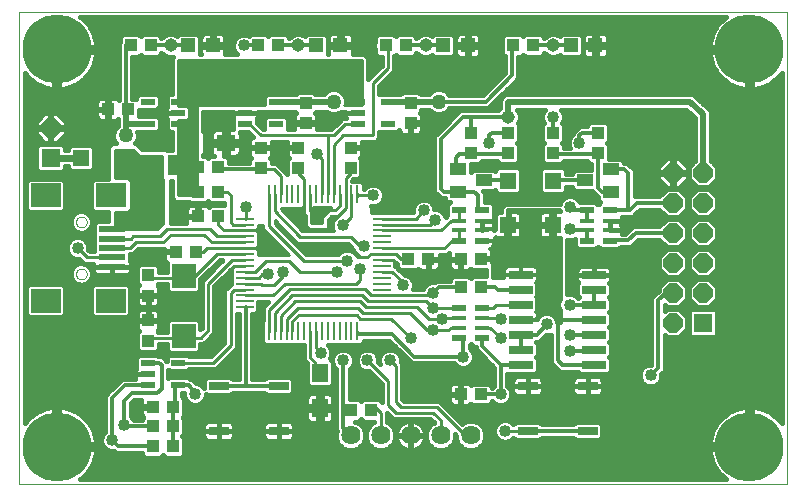
<source format=gtl>
G75*
G70*
%OFA0B0*%
%FSLAX24Y24*%
%IPPOS*%
%LPD*%
%AMOC8*
5,1,8,0,0,1.08239X$1,22.5*
%
%ADD10C,0.0000*%
%ADD11R,0.0394X0.0433*%
%ADD12R,0.0472X0.0472*%
%ADD13R,0.0433X0.0394*%
%ADD14R,0.0402X0.0701*%
%ADD15R,0.0630X0.0551*%
%ADD16R,0.0800X0.0260*%
%ADD17C,0.0640*%
%ADD18R,0.0472X0.0217*%
%ADD19R,0.0984X0.0787*%
%ADD20R,0.0906X0.0197*%
%ADD21R,0.0551X0.0630*%
%ADD22R,0.0650X0.0300*%
%ADD23C,0.2300*%
%ADD24R,0.0591X0.0110*%
%ADD25R,0.0110X0.0591*%
%ADD26R,0.0800X0.0800*%
%ADD27R,0.0551X0.0394*%
%ADD28R,0.0551X0.0551*%
%ADD29R,0.0640X0.0640*%
%ADD30OC8,0.0640*%
%ADD31R,0.0453X0.0173*%
%ADD32R,0.0453X0.0248*%
%ADD33C,0.0160*%
%ADD34C,0.0400*%
%ADD35C,0.0450*%
%ADD36C,0.0100*%
%ADD37C,0.0120*%
%ADD38C,0.0500*%
%ADD39C,0.0200*%
%ADD40C,0.0240*%
D10*
X002489Y004868D02*
X028080Y004868D01*
X028080Y020616D01*
X002489Y020616D01*
X002489Y004868D01*
X004383Y011876D02*
X004385Y011902D01*
X004391Y011928D01*
X004401Y011953D01*
X004414Y011976D01*
X004430Y011996D01*
X004450Y012014D01*
X004472Y012029D01*
X004495Y012041D01*
X004521Y012049D01*
X004547Y012053D01*
X004573Y012053D01*
X004599Y012049D01*
X004625Y012041D01*
X004649Y012029D01*
X004670Y012014D01*
X004690Y011996D01*
X004706Y011976D01*
X004719Y011953D01*
X004729Y011928D01*
X004735Y011902D01*
X004737Y011876D01*
X004735Y011850D01*
X004729Y011824D01*
X004719Y011799D01*
X004706Y011776D01*
X004690Y011756D01*
X004670Y011738D01*
X004648Y011723D01*
X004625Y011711D01*
X004599Y011703D01*
X004573Y011699D01*
X004547Y011699D01*
X004521Y011703D01*
X004495Y011711D01*
X004471Y011723D01*
X004450Y011738D01*
X004430Y011756D01*
X004414Y011776D01*
X004401Y011799D01*
X004391Y011824D01*
X004385Y011850D01*
X004383Y011876D01*
X004383Y013608D02*
X004385Y013634D01*
X004391Y013660D01*
X004401Y013685D01*
X004414Y013708D01*
X004430Y013728D01*
X004450Y013746D01*
X004472Y013761D01*
X004495Y013773D01*
X004521Y013781D01*
X004547Y013785D01*
X004573Y013785D01*
X004599Y013781D01*
X004625Y013773D01*
X004649Y013761D01*
X004670Y013746D01*
X004690Y013728D01*
X004706Y013708D01*
X004719Y013685D01*
X004729Y013660D01*
X004735Y013634D01*
X004737Y013608D01*
X004735Y013582D01*
X004729Y013556D01*
X004719Y013531D01*
X004706Y013508D01*
X004690Y013488D01*
X004670Y013470D01*
X004648Y013455D01*
X004625Y013443D01*
X004599Y013435D01*
X004573Y013431D01*
X004547Y013431D01*
X004521Y013435D01*
X004495Y013443D01*
X004471Y013455D01*
X004450Y013470D01*
X004430Y013488D01*
X004414Y013508D01*
X004401Y013531D01*
X004391Y013556D01*
X004385Y013582D01*
X004383Y013608D01*
D11*
X006785Y011827D03*
X006785Y011157D03*
X006785Y010327D03*
X006785Y009657D03*
X006950Y006792D03*
X007619Y006792D03*
X007619Y006130D03*
X006950Y006130D03*
X013550Y007330D03*
X014219Y007330D03*
X017200Y011430D03*
X017869Y011430D03*
X013535Y015407D03*
X013535Y016077D03*
X012035Y016907D03*
X012035Y017577D03*
X011785Y016077D03*
X011785Y015407D03*
X009119Y015430D03*
X008450Y015430D03*
X008450Y014617D03*
X009119Y014617D03*
X015535Y016907D03*
X015535Y017577D03*
X015369Y019492D03*
X014700Y019492D03*
X011119Y019492D03*
X010450Y019492D03*
X006869Y019492D03*
X006200Y019492D03*
X018950Y019492D03*
X019619Y019492D03*
D12*
X020871Y019492D03*
X021698Y019492D03*
X017448Y019492D03*
X016621Y019492D03*
X013198Y019492D03*
X012371Y019492D03*
X008948Y019492D03*
X008121Y019492D03*
D13*
X006119Y017367D03*
X005450Y017367D03*
X010535Y016077D03*
X010535Y015407D03*
X009119Y013805D03*
X008450Y013805D03*
X008369Y012617D03*
X007700Y012617D03*
X015450Y012367D03*
X016119Y012367D03*
X017200Y012367D03*
X017869Y012367D03*
X017535Y015907D03*
X017535Y016577D03*
X018785Y016577D03*
X018785Y015907D03*
X020285Y015907D03*
X020285Y016577D03*
X021785Y016577D03*
X021785Y015907D03*
X017869Y007867D03*
X017200Y007867D03*
X007619Y007442D03*
X006950Y007442D03*
D14*
X006934Y015492D03*
X007635Y015492D03*
D15*
X008194Y016242D03*
X009375Y016242D03*
D16*
X019225Y011842D03*
X019225Y011342D03*
X019225Y010842D03*
X019225Y010342D03*
X019225Y009842D03*
X019225Y009342D03*
X019225Y008842D03*
X021645Y008842D03*
X021645Y009342D03*
X021645Y009842D03*
X021645Y010342D03*
X021645Y010842D03*
X021645Y011342D03*
X021645Y011842D03*
D17*
X017535Y006492D03*
X016535Y006492D03*
X015535Y006492D03*
X014535Y006492D03*
X013535Y006492D03*
D18*
X007797Y008168D03*
X006773Y008168D03*
X006773Y008542D03*
X006773Y008916D03*
X007797Y008916D03*
X007797Y016868D03*
X007797Y017242D03*
X007797Y017616D03*
X006773Y017616D03*
X006773Y016868D03*
X010023Y016868D03*
X010023Y017242D03*
X010023Y017616D03*
X011047Y017616D03*
X011047Y016868D03*
X013773Y016868D03*
X013773Y017242D03*
X013773Y017616D03*
X014797Y017616D03*
X014797Y016868D03*
D19*
X005544Y014494D03*
X003379Y014494D03*
X003379Y010990D03*
X005544Y010990D03*
D20*
X005583Y012112D03*
X005583Y012427D03*
X005583Y012742D03*
X005583Y013057D03*
X005583Y013372D03*
D21*
X012510Y008583D03*
X012510Y007401D03*
D22*
X011135Y008142D03*
X011135Y006642D03*
X009135Y006642D03*
X009135Y008142D03*
X019435Y008142D03*
X021435Y008142D03*
X021435Y006642D03*
X019435Y006642D03*
D23*
X026830Y006118D03*
X026830Y019366D03*
X003739Y019366D03*
X003739Y006118D03*
D24*
X010001Y010766D03*
X010001Y010963D03*
X010001Y011159D03*
X010001Y011356D03*
X010001Y011553D03*
X010001Y011750D03*
X010001Y011947D03*
X010001Y012144D03*
X010001Y012340D03*
X010001Y012537D03*
X010001Y012734D03*
X010001Y012931D03*
X010001Y013128D03*
X010001Y013325D03*
X010001Y013522D03*
X010001Y013718D03*
X014568Y013718D03*
X014568Y013522D03*
X014568Y013325D03*
X014568Y013128D03*
X014568Y012931D03*
X014568Y012734D03*
X014568Y012537D03*
X014568Y012340D03*
X014568Y012144D03*
X014568Y011947D03*
X014568Y011750D03*
X014568Y011553D03*
X014568Y011356D03*
X014568Y011159D03*
X014568Y010963D03*
X014568Y010766D03*
D25*
X013761Y009959D03*
X013564Y009959D03*
X013367Y009959D03*
X013171Y009959D03*
X012974Y009959D03*
X012777Y009959D03*
X012580Y009959D03*
X012383Y009959D03*
X012186Y009959D03*
X011989Y009959D03*
X011793Y009959D03*
X011596Y009959D03*
X011399Y009959D03*
X011202Y009959D03*
X011005Y009959D03*
X010808Y009959D03*
X010808Y014526D03*
X011005Y014526D03*
X011202Y014526D03*
X011399Y014526D03*
X011596Y014526D03*
X011793Y014526D03*
X011989Y014526D03*
X012186Y014526D03*
X012383Y014526D03*
X012580Y014526D03*
X012777Y014526D03*
X012974Y014526D03*
X013171Y014526D03*
X013367Y014526D03*
X013564Y014526D03*
X013761Y014526D03*
D26*
X007972Y011805D03*
X007972Y009805D03*
D27*
X017102Y014618D03*
X017968Y014992D03*
X017102Y015366D03*
X021352Y014992D03*
X022218Y014618D03*
X022218Y015366D03*
D28*
X020285Y014990D03*
X018785Y014990D03*
X018785Y013494D03*
X020285Y013494D03*
X006033Y015742D03*
X004537Y015742D03*
D29*
X003535Y015742D03*
X025285Y010242D03*
D30*
X024285Y010242D03*
X024285Y011242D03*
X025285Y011242D03*
X025285Y012242D03*
X024285Y012242D03*
X024285Y013242D03*
X025285Y013242D03*
X025285Y014242D03*
X024285Y014242D03*
X024285Y015242D03*
X025285Y015242D03*
X003535Y016742D03*
D31*
X017151Y013650D03*
X017151Y013335D03*
X017919Y013335D03*
X017919Y013650D03*
X021401Y013650D03*
X021401Y013335D03*
X022169Y013335D03*
X022169Y013650D03*
X017919Y010400D03*
X017919Y010085D03*
X017151Y010085D03*
X017151Y010400D03*
D32*
X017151Y010752D03*
X017919Y010752D03*
X017919Y009732D03*
X017151Y009732D03*
X017151Y012982D03*
X017919Y012982D03*
X017919Y014002D03*
X017151Y014002D03*
X021401Y014002D03*
X022169Y014002D03*
X022169Y012982D03*
X021401Y012982D03*
D33*
X021014Y012954D02*
X020755Y012954D01*
X020776Y013007D02*
X020919Y013007D01*
X021014Y013047D01*
X021014Y012792D01*
X021108Y012698D01*
X021694Y012698D01*
X021785Y012789D01*
X021876Y012698D01*
X022461Y012698D01*
X022535Y012772D01*
X022876Y012772D01*
X023005Y012901D01*
X023126Y013022D01*
X023826Y013022D01*
X024086Y012762D01*
X024484Y012762D01*
X024765Y013043D01*
X024765Y013441D01*
X024484Y013722D01*
X024086Y013722D01*
X023826Y013462D01*
X023126Y013462D01*
X022944Y013462D01*
X022694Y013212D01*
X022572Y013212D01*
X022575Y013224D01*
X022575Y013334D01*
X022169Y013334D01*
X022169Y013335D01*
X022575Y013335D01*
X022575Y013445D01*
X022563Y013491D01*
X022562Y013492D01*
X022563Y013493D01*
X022575Y013539D01*
X022575Y013649D01*
X022169Y013649D01*
X022169Y013650D01*
X022575Y013650D01*
X022575Y013760D01*
X022569Y013782D01*
X022753Y013782D01*
X022936Y013782D01*
X023065Y013911D01*
X023176Y014022D01*
X023826Y014022D01*
X024086Y013762D01*
X024484Y013762D01*
X024765Y014043D01*
X024765Y014441D01*
X024484Y014722D01*
X024086Y014722D01*
X023826Y014462D01*
X023005Y014462D01*
X023005Y015333D01*
X022876Y015462D01*
X022752Y015586D01*
X022653Y015586D01*
X022653Y015629D01*
X022560Y015723D01*
X022161Y015723D01*
X022161Y016171D01*
X022090Y016242D01*
X022161Y016314D01*
X022161Y016840D01*
X022068Y016934D01*
X021502Y016934D01*
X021408Y016840D01*
X021408Y016797D01*
X021336Y016797D01*
X021153Y016797D01*
X021069Y016712D01*
X020940Y016583D01*
X020940Y016531D01*
X020855Y016446D01*
X020800Y016314D01*
X020800Y016170D01*
X020834Y016087D01*
X020661Y016087D01*
X020661Y016171D01*
X020590Y016242D01*
X020661Y016314D01*
X020661Y016840D01*
X020589Y016912D01*
X020590Y016913D01*
X020645Y017045D01*
X020645Y017189D01*
X020590Y017321D01*
X020554Y017357D01*
X024732Y017357D01*
X025025Y017083D01*
X025025Y015661D01*
X024805Y015441D01*
X024805Y015043D01*
X025086Y014762D01*
X025484Y014762D01*
X025765Y015043D01*
X025765Y015441D01*
X025545Y015661D01*
X025545Y017140D01*
X025545Y017244D01*
X025505Y017339D01*
X025452Y017392D01*
X025450Y017396D01*
X025416Y017429D01*
X025382Y017462D01*
X025378Y017464D01*
X025016Y017804D01*
X024982Y017837D01*
X024978Y017839D01*
X024975Y017842D01*
X024930Y017859D01*
X024886Y017877D01*
X024882Y017877D01*
X024878Y017879D01*
X024831Y017877D01*
X018733Y017877D01*
X018637Y017837D01*
X018564Y017764D01*
X018525Y017669D01*
X018525Y017565D01*
X018525Y017401D01*
X018460Y017337D01*
X017626Y017337D01*
X017444Y017337D01*
X017376Y017337D01*
X017194Y017337D01*
X016444Y016587D01*
X016315Y016458D01*
X016315Y014794D01*
X016306Y014783D01*
X016315Y014705D01*
X016315Y014626D01*
X016325Y014616D01*
X016326Y014602D01*
X016388Y014553D01*
X016444Y014497D01*
X016458Y014497D01*
X016512Y014454D01*
X016568Y014398D01*
X016582Y014398D01*
X016593Y014389D01*
X016666Y014397D01*
X016666Y014355D01*
X016760Y014261D01*
X016834Y014261D01*
X016764Y014192D01*
X016764Y013831D01*
X016701Y013767D01*
X016652Y013883D01*
X016551Y013985D01*
X016419Y014040D01*
X016332Y014040D01*
X016332Y014064D01*
X016277Y014196D01*
X016176Y014297D01*
X016044Y014352D01*
X015901Y014352D01*
X015768Y014297D01*
X015667Y014196D01*
X015612Y014064D01*
X015612Y013929D01*
X015612Y013928D01*
X014935Y013928D01*
X014930Y013934D01*
X014265Y013934D01*
X014265Y014087D01*
X014220Y014132D01*
X014356Y014132D01*
X014489Y014187D01*
X014590Y014288D01*
X014645Y014420D01*
X014645Y014564D01*
X014590Y014696D01*
X014489Y014797D01*
X014356Y014852D01*
X014213Y014852D01*
X014081Y014797D01*
X013986Y014702D01*
X013976Y014702D01*
X013976Y014887D01*
X013882Y014981D01*
X013686Y014981D01*
X013577Y014981D01*
X013577Y014988D01*
X013621Y015031D01*
X013798Y015031D01*
X013892Y015125D01*
X013892Y015690D01*
X013854Y015728D01*
X013876Y015750D01*
X013899Y015791D01*
X013912Y015836D01*
X013912Y016058D01*
X013553Y016058D01*
X013553Y016095D01*
X013912Y016095D01*
X013912Y016282D01*
X014198Y016282D01*
X014372Y016282D01*
X014495Y016405D01*
X014495Y016600D01*
X015099Y016600D01*
X015160Y016660D01*
X015170Y016621D01*
X015194Y016580D01*
X015227Y016547D01*
X015268Y016523D01*
X015314Y016511D01*
X015516Y016511D01*
X015516Y016889D01*
X015553Y016889D01*
X015553Y016511D01*
X015755Y016511D01*
X015801Y016523D01*
X015842Y016547D01*
X015876Y016580D01*
X015899Y016621D01*
X015912Y016667D01*
X015912Y016889D01*
X015553Y016889D01*
X015553Y016926D01*
X015912Y016926D01*
X015912Y017148D01*
X015899Y017193D01*
X015876Y017234D01*
X016325Y017234D01*
X016391Y017207D02*
X016554Y017207D01*
X016704Y017269D01*
X016820Y017385D01*
X016825Y017397D01*
X017944Y017397D01*
X018126Y017397D01*
X019001Y018272D01*
X019130Y018401D01*
X019130Y019116D01*
X019213Y019116D01*
X019285Y019187D01*
X019356Y019116D01*
X019882Y019116D01*
X019976Y019209D01*
X019976Y019256D01*
X020067Y019166D01*
X020208Y019107D01*
X020361Y019107D01*
X020500Y019165D01*
X020569Y019096D01*
X021174Y019096D01*
X021268Y019190D01*
X021268Y019795D01*
X021174Y019888D01*
X020569Y019888D01*
X020500Y019819D01*
X020361Y019877D01*
X020208Y019877D01*
X020067Y019818D01*
X019976Y019728D01*
X019976Y019775D01*
X019882Y019869D01*
X019356Y019869D01*
X019285Y019797D01*
X019213Y019869D01*
X018687Y019869D01*
X018593Y019775D01*
X018593Y019209D01*
X018687Y019116D01*
X018690Y019116D01*
X018690Y018583D01*
X017944Y017837D01*
X016825Y017837D01*
X016820Y017849D01*
X016704Y017965D01*
X016554Y018027D01*
X016391Y018027D01*
X016240Y017965D01*
X016152Y017877D01*
X015874Y017877D01*
X015798Y017953D01*
X015272Y017953D01*
X015195Y017877D01*
X015106Y017877D01*
X015099Y017884D01*
X014495Y017884D01*
X014495Y018155D01*
X014872Y018532D01*
X014995Y018655D01*
X014995Y019147D01*
X015035Y019187D01*
X015106Y019116D01*
X015632Y019116D01*
X015726Y019209D01*
X015726Y019256D01*
X015817Y019166D01*
X015958Y019107D01*
X016111Y019107D01*
X016250Y019165D01*
X016319Y019096D01*
X016924Y019096D01*
X017018Y019190D01*
X017018Y019795D01*
X016924Y019888D01*
X016319Y019888D01*
X016250Y019819D01*
X016111Y019877D01*
X015958Y019877D01*
X015817Y019818D01*
X015726Y019728D01*
X015726Y019775D01*
X015632Y019869D01*
X015106Y019869D01*
X015035Y019797D01*
X014963Y019869D01*
X014437Y019869D01*
X014343Y019775D01*
X014343Y019597D01*
X014325Y019579D01*
X014325Y019405D01*
X014343Y019387D01*
X014343Y019209D01*
X014437Y019116D01*
X014575Y019116D01*
X014575Y018829D01*
X014120Y018374D01*
X014120Y019079D01*
X013997Y019202D01*
X013823Y019202D01*
X013606Y019202D01*
X013614Y019232D01*
X013614Y019454D01*
X013236Y019454D01*
X014325Y019454D01*
X014343Y019613D02*
X013614Y019613D01*
X013614Y019530D02*
X013614Y019752D01*
X013602Y019798D01*
X013578Y019839D01*
X013545Y019872D01*
X013504Y019896D01*
X013458Y019908D01*
X013236Y019908D01*
X013236Y019530D01*
X013160Y019530D01*
X013160Y019454D01*
X012768Y019454D01*
X012782Y019454D02*
X012782Y019232D01*
X012790Y019202D01*
X012768Y019202D01*
X012768Y019795D01*
X012674Y019888D01*
X012069Y019888D01*
X012000Y019819D01*
X011861Y019877D01*
X011708Y019877D01*
X011567Y019818D01*
X011476Y019728D01*
X011476Y019775D01*
X011382Y019869D01*
X010856Y019869D01*
X010785Y019797D01*
X010713Y019869D01*
X010187Y019869D01*
X010133Y019815D01*
X010044Y019852D01*
X009901Y019852D01*
X009768Y019797D01*
X009667Y019696D01*
X009612Y019564D01*
X009612Y019420D01*
X009667Y019288D01*
X009753Y019202D01*
X009356Y019202D01*
X009364Y019232D01*
X009364Y019454D01*
X008986Y019454D01*
X009612Y019454D01*
X009633Y019613D02*
X009364Y019613D01*
X009364Y019530D02*
X009364Y019752D01*
X009352Y019798D01*
X009328Y019839D01*
X009295Y019872D01*
X009254Y019896D01*
X009208Y019908D01*
X008986Y019908D01*
X008986Y019530D01*
X008910Y019530D01*
X008910Y019454D01*
X008518Y019454D01*
X008532Y019454D02*
X008532Y019232D01*
X008540Y019202D01*
X008518Y019202D01*
X008518Y019795D01*
X008424Y019888D01*
X007819Y019888D01*
X007750Y019819D01*
X007611Y019877D01*
X007458Y019877D01*
X007317Y019818D01*
X007226Y019728D01*
X007226Y019775D01*
X007132Y019869D01*
X006606Y019869D01*
X006535Y019797D01*
X006463Y019869D01*
X005937Y019869D01*
X005843Y019775D01*
X005843Y019612D01*
X005815Y019583D01*
X005815Y017702D01*
X005799Y017686D01*
X005777Y017708D01*
X005736Y017732D01*
X005690Y017744D01*
X005469Y017744D01*
X005469Y017386D01*
X005432Y017386D01*
X005432Y017744D01*
X005210Y017744D01*
X005164Y017732D01*
X005123Y017708D01*
X005089Y017674D01*
X005066Y017633D01*
X005054Y017588D01*
X005054Y017385D01*
X005431Y017385D01*
X005431Y017349D01*
X005054Y017349D01*
X005054Y017146D01*
X005066Y017101D01*
X005089Y017060D01*
X005123Y017026D01*
X005164Y017002D01*
X005210Y016990D01*
X005432Y016990D01*
X005432Y017348D01*
X005469Y017348D01*
X005469Y016990D01*
X005690Y016990D01*
X005736Y017002D01*
X005775Y017025D01*
X005775Y016922D01*
X005774Y016920D01*
X005774Y016919D01*
X005774Y016919D01*
X005774Y016868D01*
X005774Y016816D01*
X005774Y016811D01*
X005687Y016724D01*
X005625Y016574D01*
X005625Y016410D01*
X005687Y016260D01*
X005705Y016242D01*
X005635Y016242D01*
X005543Y016204D01*
X005473Y016134D01*
X005435Y016042D01*
X005435Y015942D01*
X005435Y015048D01*
X004986Y015048D01*
X004892Y014954D01*
X004892Y014034D01*
X004986Y013940D01*
X005435Y013940D01*
X005435Y013630D01*
X005064Y013630D01*
X004971Y013537D01*
X004971Y013207D01*
X004971Y012892D01*
X004971Y012637D01*
X004837Y012637D01*
X004795Y012679D01*
X004795Y012814D01*
X004740Y012946D01*
X004639Y013047D01*
X004506Y013102D01*
X004363Y013102D01*
X004231Y013047D01*
X004130Y012946D01*
X004075Y012814D01*
X004075Y012670D01*
X004130Y012538D01*
X004231Y012437D01*
X004363Y012382D01*
X004498Y012382D01*
X004658Y012222D01*
X004631Y012233D01*
X004489Y012233D01*
X004357Y012179D01*
X004257Y012078D01*
X004203Y011947D01*
X004203Y011805D01*
X004257Y011674D01*
X004357Y011573D01*
X004489Y011519D01*
X004631Y011519D01*
X004762Y011573D01*
X004862Y011674D01*
X004917Y011805D01*
X004917Y011947D01*
X004862Y012078D01*
X004762Y012179D01*
X004669Y012217D01*
X004837Y012217D01*
X004951Y012217D01*
X004951Y012112D01*
X004951Y011990D01*
X004963Y011944D01*
X004987Y011903D01*
X005020Y011870D01*
X005061Y011846D01*
X005107Y011834D01*
X005583Y011834D01*
X005583Y012112D01*
X004951Y012112D01*
X005583Y012112D01*
X005583Y012112D01*
X005584Y012112D01*
X005584Y012112D01*
X006216Y012112D01*
X006216Y011990D01*
X006204Y011944D01*
X006180Y011903D01*
X006147Y011870D01*
X006106Y011846D01*
X006060Y011834D01*
X005584Y011834D01*
X005584Y012112D01*
X006216Y012112D01*
X006216Y012234D01*
X006204Y012280D01*
X006196Y012293D01*
X006196Y012532D01*
X006272Y012532D01*
X006395Y012655D01*
X006459Y012720D01*
X006462Y012720D01*
X007304Y012720D01*
X007304Y012635D01*
X007681Y012635D01*
X007681Y012599D01*
X007304Y012599D01*
X007304Y012396D01*
X007316Y012351D01*
X007339Y012310D01*
X007373Y012276D01*
X007412Y012254D01*
X007412Y011952D01*
X007141Y011952D01*
X007141Y012109D01*
X007048Y012203D01*
X006522Y012203D01*
X006428Y012109D01*
X006428Y011544D01*
X006466Y011506D01*
X006444Y011484D01*
X006420Y011443D01*
X006408Y011398D01*
X006408Y011176D01*
X006766Y011176D01*
X006766Y011139D01*
X006408Y011139D01*
X006408Y010917D01*
X006420Y010871D01*
X006444Y010830D01*
X006477Y010797D01*
X006518Y010773D01*
X006564Y010761D01*
X006766Y010761D01*
X006766Y011139D01*
X006803Y011139D01*
X006803Y010761D01*
X007005Y010761D01*
X007051Y010773D01*
X007092Y010797D01*
X007126Y010830D01*
X007149Y010871D01*
X007161Y010917D01*
X007161Y011139D01*
X006803Y011139D01*
X006803Y011176D01*
X007161Y011176D01*
X007161Y011398D01*
X007149Y011443D01*
X007126Y011484D01*
X007104Y011506D01*
X007130Y011532D01*
X007412Y011532D01*
X007412Y011338D01*
X007506Y011245D01*
X008439Y011245D01*
X008532Y011338D01*
X008532Y011693D01*
X009167Y012327D01*
X009261Y012327D01*
X008575Y011642D01*
X008575Y011468D01*
X008575Y010079D01*
X008532Y010036D01*
X008532Y010271D01*
X008439Y010365D01*
X007506Y010365D01*
X007412Y010271D01*
X007412Y009952D01*
X007130Y009952D01*
X007104Y009978D01*
X007126Y010000D01*
X007149Y010041D01*
X007162Y010086D01*
X007162Y010308D01*
X006803Y010308D01*
X006803Y010345D01*
X006766Y010345D01*
X006766Y010308D01*
X006408Y010308D01*
X006408Y010086D01*
X006420Y010041D01*
X006444Y010000D01*
X006466Y009978D01*
X006428Y009940D01*
X006428Y009375D01*
X006522Y009281D01*
X007048Y009281D01*
X007142Y009375D01*
X007142Y009532D01*
X007412Y009532D01*
X007412Y009338D01*
X007506Y009245D01*
X008439Y009245D01*
X008532Y009338D01*
X008532Y009532D01*
X008622Y009532D01*
X008745Y009655D01*
X008995Y009905D01*
X008995Y010079D01*
X008995Y011468D01*
X009541Y012014D01*
X009546Y012006D01*
X009546Y011871D01*
X009546Y011674D01*
X009546Y011550D01*
X009448Y011452D01*
X009325Y011329D01*
X009325Y009579D01*
X008872Y009126D01*
X008157Y009126D01*
X008099Y009184D01*
X007494Y009184D01*
X007400Y009091D01*
X007400Y008987D01*
X007326Y009062D01*
X007252Y009136D01*
X007124Y009136D01*
X007075Y009184D01*
X006470Y009184D01*
X006377Y009091D01*
X006377Y008741D01*
X006380Y008738D01*
X006369Y008720D01*
X006357Y008674D01*
X006357Y008542D01*
X006357Y008410D01*
X006363Y008388D01*
X006102Y008388D01*
X005920Y008388D01*
X005365Y007833D01*
X005365Y007651D01*
X005365Y006631D01*
X005280Y006546D01*
X005225Y006414D01*
X005225Y006270D01*
X005280Y006138D01*
X005381Y006037D01*
X005513Y005982D01*
X005634Y005982D01*
X005706Y005910D01*
X005888Y005910D01*
X006593Y005910D01*
X006593Y005847D01*
X006687Y005753D01*
X007213Y005753D01*
X007285Y005825D01*
X007356Y005753D01*
X007882Y005753D01*
X007976Y005847D01*
X007976Y006412D01*
X007928Y006461D01*
X007976Y006509D01*
X007976Y007075D01*
X007934Y007117D01*
X007996Y007179D01*
X007996Y007705D01*
X007905Y007796D01*
X007905Y007900D01*
X007987Y007900D01*
X007987Y007795D01*
X008042Y007663D01*
X008143Y007562D01*
X008276Y007507D01*
X008419Y007507D01*
X008551Y007562D01*
X008652Y007663D01*
X008707Y007795D01*
X008707Y007868D01*
X008743Y007832D01*
X009526Y007832D01*
X009616Y007922D01*
X009944Y007922D01*
X010126Y007922D01*
X010653Y007922D01*
X010743Y007832D01*
X011526Y007832D01*
X011620Y007926D01*
X011620Y008358D01*
X011526Y008452D01*
X010743Y008452D01*
X010653Y008362D01*
X010255Y008362D01*
X010255Y010551D01*
X010363Y010551D01*
X010456Y010644D01*
X010456Y010887D01*
X010456Y010949D01*
X010789Y010949D01*
X010606Y010767D01*
X010606Y010593D01*
X010606Y010333D01*
X010593Y010320D01*
X010593Y009971D01*
X010582Y009936D01*
X010593Y009913D01*
X010593Y009597D01*
X010687Y009503D01*
X010930Y009503D01*
X011081Y009503D01*
X011277Y009503D01*
X011474Y009503D01*
X011671Y009503D01*
X011868Y009503D01*
X011976Y009503D01*
X011976Y009177D01*
X011976Y009003D01*
X012074Y008906D01*
X012074Y008201D01*
X012168Y008108D01*
X012852Y008108D01*
X012945Y008201D01*
X012945Y008871D01*
X012980Y008788D01*
X013065Y008703D01*
X013065Y007401D01*
X013065Y006833D01*
X013065Y006651D01*
X013076Y006639D01*
X013055Y006588D01*
X013055Y006397D01*
X013128Y006220D01*
X013263Y006085D01*
X013439Y006012D01*
X013630Y006012D01*
X013807Y006085D01*
X013942Y006220D01*
X014015Y006397D01*
X014015Y006588D01*
X013942Y006764D01*
X013807Y006899D01*
X013676Y006953D01*
X013813Y006953D01*
X013885Y007025D01*
X013956Y006953D01*
X014325Y006953D01*
X014325Y006925D01*
X014263Y006899D01*
X014128Y006764D01*
X014055Y006588D01*
X014055Y006397D01*
X014128Y006220D01*
X014263Y006085D01*
X014439Y006012D01*
X014630Y006012D01*
X014807Y006085D01*
X014942Y006220D01*
X015015Y006397D01*
X015015Y006588D01*
X014942Y006764D01*
X014807Y006899D01*
X014745Y006925D01*
X014745Y007235D01*
X014948Y007032D01*
X015122Y007032D01*
X016198Y007032D01*
X016311Y006919D01*
X016263Y006899D01*
X016128Y006764D01*
X016055Y006588D01*
X016055Y006397D01*
X016128Y006220D01*
X016263Y006085D01*
X016439Y006012D01*
X016630Y006012D01*
X016807Y006085D01*
X016942Y006220D01*
X017015Y006397D01*
X017015Y006528D01*
X017055Y006488D01*
X017055Y006397D01*
X017128Y006220D01*
X017263Y006085D01*
X017439Y006012D01*
X017630Y006012D01*
X017807Y006085D01*
X017942Y006220D01*
X018015Y006397D01*
X018015Y006588D01*
X017942Y006764D01*
X017807Y006899D01*
X017630Y006972D01*
X017439Y006972D01*
X017263Y006899D01*
X017250Y006886D01*
X016620Y007517D01*
X016497Y007640D01*
X015309Y007640D01*
X015245Y007704D01*
X015245Y008718D01*
X015245Y008892D01*
X015207Y008929D01*
X015207Y009064D01*
X015152Y009196D01*
X015051Y009297D01*
X014919Y009352D01*
X014776Y009352D01*
X014643Y009297D01*
X014542Y009196D01*
X014487Y009064D01*
X014487Y008920D01*
X014502Y008884D01*
X014457Y008929D01*
X014457Y009064D01*
X014402Y009196D01*
X014301Y009297D01*
X014169Y009352D01*
X014026Y009352D01*
X013893Y009297D01*
X013792Y009196D01*
X013737Y009064D01*
X013737Y008920D01*
X013792Y008788D01*
X013893Y008687D01*
X014026Y008632D01*
X014160Y008632D01*
X014575Y008218D01*
X014575Y007614D01*
X014482Y007706D01*
X013956Y007706D01*
X013885Y007634D01*
X013813Y007706D01*
X013505Y007706D01*
X013505Y008703D01*
X013590Y008788D01*
X013645Y008920D01*
X013645Y009064D01*
X013590Y009196D01*
X013489Y009297D01*
X013356Y009352D01*
X013213Y009352D01*
X013081Y009297D01*
X012980Y009196D01*
X012925Y009064D01*
X012925Y008984D01*
X012852Y009058D01*
X012848Y009058D01*
X012895Y009170D01*
X012895Y009314D01*
X012840Y009446D01*
X012782Y009503D01*
X012852Y009503D01*
X013049Y009503D01*
X013246Y009503D01*
X013443Y009503D01*
X013640Y009503D01*
X013882Y009503D01*
X013976Y009597D01*
X013976Y009647D01*
X014819Y009647D01*
X015440Y009026D01*
X015569Y008897D01*
X016996Y008897D01*
X017081Y008812D01*
X017213Y008757D01*
X017356Y008757D01*
X017489Y008812D01*
X017590Y008913D01*
X017645Y009045D01*
X017645Y009189D01*
X017590Y009321D01*
X017505Y009406D01*
X017505Y009509D01*
X017535Y009539D01*
X017626Y009448D01*
X017699Y009448D01*
X017699Y009367D01*
X018315Y008751D01*
X018315Y008156D01*
X018246Y008087D01*
X018246Y008130D01*
X018152Y008224D01*
X017587Y008224D01*
X017549Y008186D01*
X017527Y008208D01*
X017486Y008232D01*
X017440Y008244D01*
X017219Y008244D01*
X017219Y007886D01*
X017182Y007886D01*
X017182Y008244D01*
X016960Y008244D01*
X016914Y008232D01*
X016873Y008208D01*
X016839Y008174D01*
X016816Y008133D01*
X016804Y008088D01*
X016804Y007885D01*
X017181Y007885D01*
X017181Y007849D01*
X016804Y007849D01*
X016804Y007646D01*
X016816Y007601D01*
X016839Y007560D01*
X016873Y007526D01*
X016914Y007502D01*
X016960Y007490D01*
X017182Y007490D01*
X017182Y007848D01*
X017219Y007848D01*
X017219Y007490D01*
X017440Y007490D01*
X017486Y007502D01*
X017527Y007526D01*
X017549Y007548D01*
X017587Y007510D01*
X018152Y007510D01*
X018246Y007604D01*
X018246Y007647D01*
X018331Y007562D01*
X018463Y007507D01*
X018606Y007507D01*
X018739Y007562D01*
X018840Y007663D01*
X018895Y007795D01*
X018895Y007939D01*
X018840Y008071D01*
X018755Y008156D01*
X018755Y008556D01*
X018758Y008552D01*
X019691Y008552D01*
X019785Y008646D01*
X019785Y009038D01*
X019731Y009092D01*
X019785Y009146D01*
X019785Y009538D01*
X019731Y009592D01*
X019761Y009622D01*
X019826Y009622D01*
X020036Y009832D01*
X020156Y009832D01*
X020215Y009856D01*
X020215Y008901D01*
X020344Y008772D01*
X020494Y008622D01*
X020676Y008622D01*
X021108Y008622D01*
X021178Y008552D01*
X022111Y008552D01*
X022205Y008646D01*
X022205Y009038D01*
X022151Y009092D01*
X022205Y009146D01*
X022205Y009538D01*
X022151Y009592D01*
X022205Y009646D01*
X022205Y010038D01*
X022151Y010092D01*
X022205Y010146D01*
X022205Y010538D01*
X022151Y010592D01*
X022205Y010646D01*
X022205Y011038D01*
X022151Y011092D01*
X022205Y011146D01*
X022205Y011538D01*
X022165Y011578D01*
X022189Y011601D01*
X022212Y011643D01*
X022225Y011688D01*
X022225Y011842D01*
X022225Y011996D01*
X022212Y012041D01*
X022189Y012083D01*
X022155Y012116D01*
X022114Y012140D01*
X022068Y012152D01*
X021645Y012152D01*
X021645Y011842D01*
X022225Y011842D01*
X021645Y011842D01*
X021645Y011842D01*
X021644Y011842D01*
X021065Y011842D01*
X021065Y011688D01*
X021077Y011643D01*
X021101Y011601D01*
X021124Y011578D01*
X021085Y011538D01*
X021085Y011146D01*
X021138Y011092D01*
X021116Y011070D01*
X021039Y011147D01*
X020906Y011202D01*
X020763Y011202D01*
X020755Y011199D01*
X020755Y013016D01*
X020776Y013007D01*
X020755Y012795D02*
X021014Y012795D01*
X020755Y012637D02*
X024001Y012637D01*
X024086Y012722D02*
X023805Y012441D01*
X023805Y012043D01*
X024086Y011762D01*
X024484Y011762D01*
X024765Y012043D01*
X024765Y012441D01*
X024484Y012722D01*
X024086Y012722D01*
X024053Y012795D02*
X022899Y012795D01*
X023058Y012954D02*
X023894Y012954D01*
X024517Y012795D02*
X025053Y012795D01*
X025086Y012762D02*
X024805Y013043D01*
X024805Y013441D01*
X025086Y013722D01*
X025484Y013722D01*
X025765Y013441D01*
X025765Y013043D01*
X025484Y012762D01*
X025086Y012762D01*
X025086Y012722D02*
X024805Y012441D01*
X024805Y012043D01*
X025086Y011762D01*
X025484Y011762D01*
X025765Y012043D01*
X025765Y012441D01*
X025484Y012722D01*
X025086Y012722D01*
X025001Y012637D02*
X024569Y012637D01*
X024727Y012478D02*
X024842Y012478D01*
X024805Y012320D02*
X024765Y012320D01*
X024765Y012161D02*
X024805Y012161D01*
X024845Y012002D02*
X024724Y012002D01*
X024565Y011844D02*
X025004Y011844D01*
X025086Y011722D02*
X024805Y011441D01*
X024805Y011043D01*
X025086Y010762D01*
X025484Y010762D01*
X025765Y011043D01*
X025765Y011441D01*
X025484Y011722D01*
X025086Y011722D01*
X025049Y011685D02*
X024520Y011685D01*
X024484Y011722D02*
X024086Y011722D01*
X023805Y011441D01*
X023805Y011323D01*
X023694Y011212D01*
X023565Y011083D01*
X023565Y008852D01*
X023463Y008852D01*
X023331Y008797D01*
X023230Y008696D01*
X023175Y008564D01*
X023175Y008420D01*
X023230Y008288D01*
X023331Y008187D01*
X023463Y008132D01*
X023606Y008132D01*
X023739Y008187D01*
X023840Y008288D01*
X023895Y008420D01*
X023895Y008541D01*
X024005Y008651D01*
X024005Y008833D01*
X024005Y009843D01*
X024086Y009762D01*
X024484Y009762D01*
X024765Y010043D01*
X024765Y010441D01*
X024484Y010722D01*
X024086Y010722D01*
X024005Y010641D01*
X024005Y010843D01*
X024086Y010762D01*
X024484Y010762D01*
X024765Y011043D01*
X024765Y011441D01*
X024484Y011722D01*
X024679Y011527D02*
X024891Y011527D01*
X024805Y011368D02*
X024765Y011368D01*
X024765Y011210D02*
X024805Y011210D01*
X024805Y011051D02*
X024765Y011051D01*
X024614Y010893D02*
X024955Y010893D01*
X024898Y010722D02*
X024805Y010628D01*
X024805Y009856D01*
X024898Y009762D01*
X025671Y009762D01*
X025765Y009856D01*
X025765Y010628D01*
X025671Y010722D01*
X024898Y010722D01*
X024805Y010576D02*
X024630Y010576D01*
X024765Y010417D02*
X024805Y010417D01*
X024805Y010259D02*
X024765Y010259D01*
X024765Y010100D02*
X024805Y010100D01*
X024805Y009941D02*
X024663Y009941D01*
X024504Y009783D02*
X024878Y009783D01*
X024065Y009783D02*
X024005Y009783D01*
X024005Y009624D02*
X027900Y009624D01*
X027900Y009466D02*
X024005Y009466D01*
X024005Y009307D02*
X027900Y009307D01*
X027900Y009149D02*
X024005Y009149D01*
X024005Y008990D02*
X027900Y008990D01*
X027900Y008832D02*
X024005Y008832D01*
X024005Y008673D02*
X027900Y008673D01*
X027900Y008515D02*
X023895Y008515D01*
X023868Y008356D02*
X027900Y008356D01*
X027900Y008197D02*
X023749Y008197D01*
X023320Y008197D02*
X021940Y008197D01*
X021940Y008142D02*
X021940Y008316D01*
X021927Y008361D01*
X021904Y008403D01*
X021870Y008436D01*
X021829Y008460D01*
X021783Y008472D01*
X021435Y008472D01*
X021435Y008142D01*
X021940Y008142D01*
X021940Y007968D01*
X021927Y007923D01*
X021904Y007881D01*
X021870Y007848D01*
X021829Y007824D01*
X021783Y007812D01*
X021435Y007812D01*
X021435Y008142D01*
X021435Y008142D01*
X021940Y008142D01*
X021940Y008039D02*
X027900Y008039D01*
X027900Y007880D02*
X021903Y007880D01*
X021435Y007880D02*
X021434Y007880D01*
X021434Y007812D02*
X021434Y008142D01*
X020930Y008142D01*
X020930Y007968D01*
X020942Y007923D01*
X020966Y007881D01*
X020999Y007848D01*
X021040Y007824D01*
X021086Y007812D01*
X021434Y007812D01*
X021434Y008039D02*
X021435Y008039D01*
X021434Y008142D02*
X021435Y008142D01*
X021434Y008142D01*
X021434Y008142D01*
X020930Y008142D01*
X020930Y008316D01*
X020942Y008361D01*
X020966Y008403D01*
X020999Y008436D01*
X021040Y008460D01*
X021086Y008472D01*
X021434Y008472D01*
X021434Y008142D01*
X021434Y008197D02*
X021435Y008197D01*
X021434Y008356D02*
X021435Y008356D01*
X020941Y008356D02*
X019929Y008356D01*
X019927Y008361D02*
X019904Y008403D01*
X019870Y008436D01*
X019829Y008460D01*
X019783Y008472D01*
X019435Y008472D01*
X019435Y008142D01*
X019940Y008142D01*
X019940Y007968D01*
X019927Y007923D01*
X019904Y007881D01*
X019870Y007848D01*
X019829Y007824D01*
X019783Y007812D01*
X019435Y007812D01*
X019435Y008142D01*
X019435Y008142D01*
X019940Y008142D01*
X019940Y008316D01*
X019927Y008361D01*
X019940Y008197D02*
X020930Y008197D01*
X020930Y008039D02*
X019940Y008039D01*
X019903Y007880D02*
X020967Y007880D01*
X020443Y008673D02*
X019785Y008673D01*
X019785Y008832D02*
X020284Y008832D01*
X020215Y008990D02*
X019785Y008990D01*
X019785Y009149D02*
X020215Y009149D01*
X020215Y009307D02*
X019785Y009307D01*
X019785Y009466D02*
X020215Y009466D01*
X020215Y009624D02*
X019828Y009624D01*
X019987Y009783D02*
X020215Y009783D01*
X019225Y008892D02*
X019225Y008842D01*
X019185Y008842D02*
X019035Y008842D01*
X019086Y008472D02*
X019040Y008460D01*
X018999Y008436D01*
X018966Y008403D01*
X018942Y008361D01*
X018930Y008316D01*
X018930Y008142D01*
X018930Y007968D01*
X018942Y007923D01*
X018966Y007881D01*
X018999Y007848D01*
X019040Y007824D01*
X019086Y007812D01*
X019434Y007812D01*
X019434Y008142D01*
X018930Y008142D01*
X019434Y008142D01*
X019434Y008142D01*
X019435Y008142D01*
X019434Y008142D01*
X019434Y008472D01*
X019086Y008472D01*
X018941Y008356D02*
X018755Y008356D01*
X018755Y008197D02*
X018930Y008197D01*
X018930Y008039D02*
X018853Y008039D01*
X018895Y007880D02*
X018967Y007880D01*
X018864Y007722D02*
X027900Y007722D01*
X027900Y007563D02*
X018740Y007563D01*
X018329Y007563D02*
X018205Y007563D01*
X018179Y008197D02*
X018315Y008197D01*
X018315Y008356D02*
X015245Y008356D01*
X015245Y008197D02*
X016863Y008197D01*
X016804Y008039D02*
X015245Y008039D01*
X015245Y007880D02*
X017181Y007880D01*
X017182Y007722D02*
X017219Y007722D01*
X017219Y007563D02*
X017182Y007563D01*
X016837Y007563D02*
X016573Y007563D01*
X016731Y007405D02*
X026490Y007405D01*
X026506Y007410D02*
X026381Y007372D01*
X026261Y007322D01*
X026145Y007260D01*
X026037Y007188D01*
X025936Y007105D01*
X025843Y007012D01*
X025760Y006911D01*
X025688Y006803D01*
X025626Y006687D01*
X025576Y006567D01*
X025538Y006442D01*
X025513Y006313D01*
X025501Y006198D01*
X026750Y006198D01*
X026750Y007447D01*
X026635Y007435D01*
X026506Y007410D01*
X026750Y007405D02*
X026910Y007405D01*
X026910Y007447D02*
X026910Y006198D01*
X026750Y006198D01*
X026750Y006038D01*
X025501Y006038D01*
X025513Y005923D01*
X025538Y005794D01*
X025576Y005669D01*
X025626Y005549D01*
X025688Y005433D01*
X025760Y005325D01*
X025843Y005224D01*
X025936Y005131D01*
X026037Y005048D01*
X026038Y005048D02*
X004532Y005048D01*
X004533Y005048D01*
X004634Y005131D01*
X004726Y005224D01*
X004809Y005325D01*
X004882Y005433D01*
X004943Y005549D01*
X004993Y005669D01*
X005031Y005794D01*
X005057Y005923D01*
X005068Y006038D01*
X003820Y006038D01*
X003820Y006198D01*
X005068Y006198D01*
X005057Y006313D01*
X005031Y006442D01*
X004993Y006567D01*
X004943Y006687D01*
X004882Y006803D01*
X004809Y006911D01*
X004726Y007012D01*
X004634Y007105D01*
X004533Y007188D01*
X004424Y007260D01*
X004309Y007322D01*
X004188Y007372D01*
X004063Y007410D01*
X003935Y007435D01*
X003819Y007447D01*
X003819Y006198D01*
X003659Y006198D01*
X003659Y007447D01*
X003544Y007435D01*
X003416Y007410D01*
X003291Y007372D01*
X003170Y007322D01*
X003055Y007260D01*
X002946Y007188D01*
X002845Y007105D01*
X002753Y007012D01*
X002670Y006911D01*
X002669Y006910D01*
X002669Y018574D01*
X002670Y018573D01*
X002753Y018472D01*
X002845Y018379D01*
X002946Y018296D01*
X003055Y018224D01*
X003170Y018162D01*
X003291Y018112D01*
X003416Y018074D01*
X003544Y018049D01*
X003659Y018037D01*
X003659Y019286D01*
X003819Y019286D01*
X003819Y018037D01*
X003935Y018049D01*
X004063Y018074D01*
X004188Y018112D01*
X004309Y018162D01*
X004424Y018224D01*
X004533Y018296D01*
X004634Y018379D01*
X004726Y018472D01*
X004809Y018573D01*
X004882Y018681D01*
X004943Y018797D01*
X004993Y018917D01*
X005031Y019042D01*
X005057Y019171D01*
X005068Y019286D01*
X003820Y019286D01*
X003820Y019446D01*
X005068Y019446D01*
X005057Y019561D01*
X005031Y019690D01*
X004993Y019815D01*
X004943Y019935D01*
X004882Y020051D01*
X004809Y020159D01*
X004726Y020260D01*
X004634Y020353D01*
X004533Y020436D01*
X004532Y020436D01*
X026038Y020436D01*
X026037Y020436D01*
X025936Y020353D01*
X025843Y020260D01*
X025760Y020159D01*
X025688Y020051D01*
X025626Y019935D01*
X025576Y019815D01*
X025538Y019690D01*
X025513Y019561D01*
X025501Y019446D01*
X026750Y019446D01*
X026750Y019286D01*
X026910Y019286D01*
X026910Y018037D01*
X027025Y018049D01*
X027154Y018074D01*
X027279Y018112D01*
X027399Y018162D01*
X027515Y018224D01*
X027623Y018296D01*
X027724Y018379D01*
X027817Y018472D01*
X027900Y018573D01*
X027900Y018574D01*
X027900Y006910D01*
X027900Y006911D01*
X027817Y007012D01*
X027724Y007105D01*
X027623Y007188D01*
X027515Y007260D01*
X027399Y007322D01*
X027279Y007372D01*
X027154Y007410D01*
X027025Y007435D01*
X026910Y007447D01*
X026910Y007246D02*
X026750Y007246D01*
X026750Y007088D02*
X026910Y007088D01*
X026910Y006929D02*
X026750Y006929D01*
X026750Y006771D02*
X026910Y006771D01*
X026910Y006612D02*
X026750Y006612D01*
X026750Y006453D02*
X026910Y006453D01*
X026910Y006295D02*
X026750Y006295D01*
X026750Y006136D02*
X017858Y006136D01*
X017973Y006295D02*
X018582Y006295D01*
X018613Y006282D02*
X018756Y006282D01*
X018889Y006337D01*
X018964Y006412D01*
X019043Y006332D01*
X019826Y006332D01*
X019916Y006422D01*
X020953Y006422D01*
X021043Y006332D01*
X021826Y006332D01*
X021920Y006426D01*
X021920Y006858D01*
X021826Y006952D01*
X021043Y006952D01*
X020953Y006862D01*
X019916Y006862D01*
X019826Y006952D01*
X019043Y006952D01*
X018964Y006872D01*
X018889Y006947D01*
X018756Y007002D01*
X018613Y007002D01*
X018481Y006947D01*
X018380Y006846D01*
X018325Y006714D01*
X018325Y006570D01*
X018380Y006438D01*
X018481Y006337D01*
X018613Y006282D01*
X018787Y006295D02*
X025511Y006295D01*
X025542Y006453D02*
X021920Y006453D01*
X021920Y006612D02*
X025595Y006612D01*
X025671Y006771D02*
X021920Y006771D01*
X021849Y006929D02*
X025775Y006929D01*
X025919Y007088D02*
X017049Y007088D01*
X017207Y006929D02*
X017336Y006929D01*
X017734Y006929D02*
X018463Y006929D01*
X018348Y006771D02*
X017935Y006771D01*
X018005Y006612D02*
X018325Y006612D01*
X018373Y006453D02*
X018015Y006453D01*
X017212Y006136D02*
X016858Y006136D01*
X016973Y006295D02*
X017097Y006295D01*
X017055Y006453D02*
X017015Y006453D01*
X016301Y006929D02*
X015778Y006929D01*
X015797Y006920D02*
X015727Y006955D01*
X015652Y006980D01*
X015574Y006992D01*
X015555Y006992D01*
X015555Y006512D01*
X016035Y006512D01*
X016035Y006531D01*
X016022Y006609D01*
X015998Y006684D01*
X015962Y006754D01*
X015916Y006818D01*
X015860Y006873D01*
X015797Y006920D01*
X015950Y006771D02*
X016134Y006771D01*
X016065Y006612D02*
X016021Y006612D01*
X016035Y006472D02*
X015555Y006472D01*
X015555Y006512D01*
X015515Y006512D01*
X015515Y006992D01*
X015495Y006992D01*
X015418Y006980D01*
X015343Y006955D01*
X015273Y006920D01*
X015209Y006873D01*
X015153Y006818D01*
X015107Y006754D01*
X015071Y006684D01*
X015047Y006609D01*
X015035Y006531D01*
X015035Y006512D01*
X015514Y006512D01*
X015514Y006472D01*
X015035Y006472D01*
X015035Y006453D01*
X015047Y006375D01*
X015071Y006300D01*
X015107Y006230D01*
X015153Y006166D01*
X015209Y006111D01*
X015273Y006064D01*
X015343Y006029D01*
X015418Y006004D01*
X015495Y005992D01*
X015515Y005992D01*
X015515Y006472D01*
X015555Y006472D01*
X015555Y005992D01*
X015574Y005992D01*
X015652Y006004D01*
X015727Y006029D01*
X015797Y006064D01*
X015860Y006111D01*
X015916Y006166D01*
X015962Y006230D01*
X015998Y006300D01*
X016022Y006375D01*
X016035Y006453D01*
X016035Y006472D01*
X016035Y006453D02*
X016055Y006453D01*
X016097Y006295D02*
X015995Y006295D01*
X015886Y006136D02*
X016212Y006136D01*
X015555Y006136D02*
X015515Y006136D01*
X015515Y006295D02*
X015555Y006295D01*
X015555Y006453D02*
X015515Y006453D01*
X015515Y006612D02*
X015555Y006612D01*
X015555Y006771D02*
X015515Y006771D01*
X015515Y006929D02*
X015555Y006929D01*
X015291Y006929D02*
X014745Y006929D01*
X014745Y007088D02*
X014892Y007088D01*
X014325Y006929D02*
X013734Y006929D01*
X013935Y006771D02*
X014134Y006771D01*
X014065Y006612D02*
X014005Y006612D01*
X014015Y006453D02*
X014055Y006453D01*
X014097Y006295D02*
X013973Y006295D01*
X013858Y006136D02*
X014212Y006136D01*
X014858Y006136D02*
X015183Y006136D01*
X015074Y006295D02*
X014973Y006295D01*
X015015Y006453D02*
X015035Y006453D01*
X015048Y006612D02*
X015005Y006612D01*
X014935Y006771D02*
X015119Y006771D01*
X015245Y007722D02*
X016804Y007722D01*
X016890Y007246D02*
X026124Y007246D01*
X027170Y007405D02*
X027900Y007405D01*
X027900Y007246D02*
X027536Y007246D01*
X027741Y007088D02*
X027900Y007088D01*
X027885Y006929D02*
X027900Y006929D01*
X025507Y005978D02*
X007976Y005978D01*
X007976Y006136D02*
X013212Y006136D01*
X013097Y006295D02*
X007976Y006295D01*
X007935Y006453D02*
X008634Y006453D01*
X008630Y006468D02*
X008642Y006423D01*
X008666Y006381D01*
X008699Y006348D01*
X008740Y006324D01*
X008786Y006312D01*
X009134Y006312D01*
X009134Y006642D01*
X008630Y006642D01*
X008630Y006468D01*
X008630Y006612D02*
X007976Y006612D01*
X007976Y006771D02*
X008630Y006771D01*
X008630Y006816D02*
X008630Y006642D01*
X009134Y006642D01*
X009134Y006642D01*
X009135Y006642D01*
X009640Y006642D01*
X009640Y006468D01*
X009627Y006423D01*
X009604Y006381D01*
X009570Y006348D01*
X009529Y006324D01*
X009483Y006312D01*
X009135Y006312D01*
X009135Y006642D01*
X009135Y006642D01*
X009640Y006642D01*
X009640Y006816D01*
X009627Y006861D01*
X009604Y006903D01*
X009570Y006936D01*
X009529Y006960D01*
X009483Y006972D01*
X009135Y006972D01*
X009135Y006642D01*
X009134Y006642D01*
X009134Y006972D01*
X008786Y006972D01*
X008740Y006960D01*
X008699Y006936D01*
X008666Y006903D01*
X008642Y006861D01*
X008630Y006816D01*
X008692Y006929D02*
X007976Y006929D01*
X007963Y007088D02*
X012054Y007088D01*
X012054Y007063D02*
X012066Y007017D01*
X012090Y006976D01*
X012124Y006942D01*
X012165Y006919D01*
X012210Y006907D01*
X012452Y006907D01*
X012452Y007343D01*
X012568Y007343D01*
X012568Y006907D01*
X012809Y006907D01*
X012855Y006919D01*
X012896Y006942D01*
X012929Y006976D01*
X012953Y007017D01*
X012965Y007063D01*
X012965Y007344D01*
X012568Y007344D01*
X012568Y007459D01*
X012965Y007459D01*
X012965Y007740D01*
X012953Y007786D01*
X012929Y007827D01*
X012896Y007860D01*
X012855Y007884D01*
X012809Y007896D01*
X012568Y007896D01*
X012568Y007460D01*
X012452Y007460D01*
X012452Y007896D01*
X012210Y007896D01*
X012165Y007884D01*
X012124Y007860D01*
X012090Y007827D01*
X012066Y007786D01*
X012054Y007740D01*
X012054Y007459D01*
X012452Y007459D01*
X012452Y007344D01*
X012054Y007344D01*
X012054Y007063D01*
X012147Y006929D02*
X011577Y006929D01*
X011570Y006936D02*
X011529Y006960D01*
X011483Y006972D01*
X011135Y006972D01*
X011135Y006642D01*
X011640Y006642D01*
X011640Y006468D01*
X011627Y006423D01*
X011604Y006381D01*
X011570Y006348D01*
X011529Y006324D01*
X011483Y006312D01*
X011135Y006312D01*
X011135Y006642D01*
X011135Y006642D01*
X011640Y006642D01*
X011640Y006816D01*
X011627Y006861D01*
X011604Y006903D01*
X011570Y006936D01*
X011640Y006771D02*
X013065Y006771D01*
X013065Y006929D02*
X012873Y006929D01*
X012965Y007088D02*
X013065Y007088D01*
X013065Y007246D02*
X012965Y007246D01*
X013065Y007405D02*
X012568Y007405D01*
X012452Y007405D02*
X007996Y007405D01*
X007996Y007563D02*
X008142Y007563D01*
X008018Y007722D02*
X007979Y007722D01*
X007987Y007880D02*
X007905Y007880D01*
X008142Y008393D02*
X008099Y008436D01*
X007494Y008436D01*
X007455Y008397D01*
X007455Y008687D01*
X007494Y008648D01*
X008099Y008648D01*
X008157Y008706D01*
X008872Y008706D01*
X009046Y008706D01*
X009745Y009405D01*
X009745Y009579D01*
X009745Y010551D01*
X009815Y010551D01*
X009815Y008362D01*
X009616Y008362D01*
X009526Y008452D01*
X008743Y008452D01*
X008650Y008358D01*
X008650Y008074D01*
X008551Y008172D01*
X008419Y008227D01*
X008371Y008227D01*
X008366Y008235D01*
X008366Y008259D01*
X008317Y008308D01*
X008279Y008366D01*
X008255Y008371D01*
X008237Y008388D01*
X008168Y008388D01*
X008142Y008393D01*
X008285Y008356D02*
X008650Y008356D01*
X008650Y008197D02*
X008490Y008197D01*
X008677Y007722D02*
X012054Y007722D01*
X012054Y007563D02*
X008553Y007563D01*
X007996Y007246D02*
X012054Y007246D01*
X012452Y007246D02*
X012568Y007246D01*
X012568Y007088D02*
X012452Y007088D01*
X012452Y006929D02*
X012568Y006929D01*
X013065Y006612D02*
X011640Y006612D01*
X011636Y006453D02*
X013055Y006453D01*
X011135Y006453D02*
X011134Y006453D01*
X011134Y006312D02*
X010786Y006312D01*
X010740Y006324D01*
X010699Y006348D01*
X010666Y006381D01*
X010642Y006423D01*
X010630Y006468D01*
X010630Y006642D01*
X011134Y006642D01*
X011134Y006642D01*
X010630Y006642D01*
X010630Y006816D01*
X010642Y006861D01*
X010666Y006903D01*
X010699Y006936D01*
X010740Y006960D01*
X010786Y006972D01*
X011134Y006972D01*
X011134Y006642D01*
X011135Y006642D01*
X011134Y006642D01*
X011134Y006312D01*
X011134Y006612D02*
X011135Y006612D01*
X011134Y006771D02*
X011135Y006771D01*
X011134Y006929D02*
X011135Y006929D01*
X010692Y006929D02*
X009577Y006929D01*
X009640Y006771D02*
X010630Y006771D01*
X010630Y006612D02*
X009640Y006612D01*
X009636Y006453D02*
X010634Y006453D01*
X009135Y006453D02*
X009134Y006453D01*
X009134Y006612D02*
X009135Y006612D01*
X009134Y006771D02*
X009135Y006771D01*
X009134Y006929D02*
X009135Y006929D01*
X009574Y007880D02*
X010695Y007880D01*
X010255Y008515D02*
X012074Y008515D01*
X012074Y008673D02*
X010255Y008673D01*
X010255Y008832D02*
X012074Y008832D01*
X011990Y008990D02*
X010255Y008990D01*
X010255Y009149D02*
X011976Y009149D01*
X011976Y009307D02*
X010255Y009307D01*
X010255Y009466D02*
X011976Y009466D01*
X012820Y009466D02*
X015000Y009466D01*
X015027Y009307D02*
X015158Y009307D01*
X015172Y009149D02*
X015317Y009149D01*
X015207Y008990D02*
X015475Y008990D01*
X015245Y008832D02*
X017061Y008832D01*
X017508Y008832D02*
X018234Y008832D01*
X018315Y008673D02*
X015245Y008673D01*
X015245Y008515D02*
X018315Y008515D01*
X018755Y008515D02*
X023175Y008515D01*
X023201Y008356D02*
X021929Y008356D01*
X022205Y008673D02*
X023220Y008673D01*
X023414Y008832D02*
X022205Y008832D01*
X022205Y008990D02*
X023565Y008990D01*
X023565Y009149D02*
X022205Y009149D01*
X022205Y009307D02*
X023565Y009307D01*
X023565Y009466D02*
X022205Y009466D01*
X022183Y009624D02*
X023565Y009624D01*
X023565Y009783D02*
X022205Y009783D01*
X022205Y009941D02*
X023565Y009941D01*
X023565Y010100D02*
X022159Y010100D01*
X022205Y010259D02*
X023565Y010259D01*
X023565Y010417D02*
X022205Y010417D01*
X022167Y010576D02*
X023565Y010576D01*
X023565Y010734D02*
X022205Y010734D01*
X022205Y010893D02*
X023565Y010893D01*
X023565Y011051D02*
X022192Y011051D01*
X022205Y011210D02*
X023691Y011210D01*
X023805Y011368D02*
X022205Y011368D01*
X022205Y011527D02*
X023891Y011527D01*
X024049Y011685D02*
X022224Y011685D01*
X022225Y011844D02*
X024004Y011844D01*
X023845Y012002D02*
X022223Y012002D01*
X021645Y012002D02*
X021644Y012002D01*
X021644Y012152D02*
X021221Y012152D01*
X021175Y012140D01*
X021134Y012116D01*
X021101Y012083D01*
X021077Y012041D01*
X021065Y011996D01*
X021065Y011842D01*
X021644Y011842D01*
X021644Y011842D01*
X021644Y012152D01*
X021067Y012002D02*
X020755Y012002D01*
X020755Y011844D02*
X021065Y011844D01*
X021065Y011685D02*
X020755Y011685D01*
X020755Y011527D02*
X021085Y011527D01*
X021085Y011368D02*
X020755Y011368D01*
X020755Y011210D02*
X021085Y011210D01*
X021644Y011844D02*
X021645Y011844D01*
X020755Y012161D02*
X023805Y012161D01*
X023805Y012320D02*
X020755Y012320D01*
X020755Y012478D02*
X023842Y012478D01*
X024675Y012954D02*
X024894Y012954D01*
X024805Y013112D02*
X024765Y013112D01*
X024765Y013271D02*
X024805Y013271D01*
X024805Y013429D02*
X024765Y013429D01*
X024618Y013588D02*
X024952Y013588D01*
X025086Y013762D02*
X025484Y013762D01*
X025765Y014043D01*
X025765Y014441D01*
X025484Y014722D01*
X025086Y014722D01*
X024805Y014441D01*
X024805Y014043D01*
X025086Y013762D01*
X024943Y013905D02*
X024626Y013905D01*
X024765Y014064D02*
X024805Y014064D01*
X024805Y014222D02*
X024765Y014222D01*
X024765Y014381D02*
X024805Y014381D01*
X024903Y014539D02*
X024666Y014539D01*
X024508Y014698D02*
X025062Y014698D01*
X024992Y014856D02*
X024606Y014856D01*
X024492Y014742D02*
X024785Y015035D01*
X024785Y015222D01*
X024305Y015222D01*
X024305Y015262D01*
X024785Y015262D01*
X024785Y015449D01*
X024492Y015742D01*
X024305Y015742D01*
X024305Y015262D01*
X024265Y015262D01*
X024265Y015742D01*
X024078Y015742D01*
X023785Y015449D01*
X023785Y015262D01*
X024264Y015262D01*
X024264Y015222D01*
X023785Y015222D01*
X023785Y015035D01*
X024078Y014742D01*
X024265Y014742D01*
X024265Y015222D01*
X024305Y015222D01*
X024305Y014742D01*
X024492Y014742D01*
X024305Y014856D02*
X024265Y014856D01*
X024265Y015015D02*
X024305Y015015D01*
X024305Y015173D02*
X024265Y015173D01*
X024265Y015332D02*
X024305Y015332D01*
X024305Y015490D02*
X024265Y015490D01*
X024265Y015649D02*
X024305Y015649D01*
X024585Y015649D02*
X025013Y015649D01*
X025025Y015808D02*
X022161Y015808D01*
X022161Y015966D02*
X025025Y015966D01*
X025025Y016125D02*
X022161Y016125D01*
X022131Y016283D02*
X025025Y016283D01*
X025025Y016442D02*
X022161Y016442D01*
X022161Y016600D02*
X025025Y016600D01*
X025025Y016759D02*
X022161Y016759D01*
X022084Y016917D02*
X025025Y016917D01*
X025025Y017076D02*
X020645Y017076D01*
X020626Y017234D02*
X024863Y017234D01*
X025285Y017551D02*
X027900Y017551D01*
X027900Y017393D02*
X025452Y017393D01*
X025545Y017234D02*
X027900Y017234D01*
X027900Y017076D02*
X025545Y017076D01*
X025545Y016917D02*
X027900Y016917D01*
X027900Y016759D02*
X025545Y016759D01*
X025545Y016600D02*
X027900Y016600D01*
X027900Y016442D02*
X025545Y016442D01*
X025545Y016283D02*
X027900Y016283D01*
X027900Y016125D02*
X025545Y016125D01*
X025545Y015966D02*
X027900Y015966D01*
X027900Y015808D02*
X025545Y015808D01*
X025557Y015649D02*
X027900Y015649D01*
X027900Y015490D02*
X025715Y015490D01*
X025765Y015332D02*
X027900Y015332D01*
X027900Y015173D02*
X025765Y015173D01*
X025736Y015015D02*
X027900Y015015D01*
X027900Y014856D02*
X025578Y014856D01*
X025508Y014698D02*
X027900Y014698D01*
X027900Y014539D02*
X025666Y014539D01*
X025765Y014381D02*
X027900Y014381D01*
X027900Y014222D02*
X025765Y014222D01*
X025765Y014064D02*
X027900Y014064D01*
X027900Y013905D02*
X025626Y013905D01*
X025618Y013588D02*
X027900Y013588D01*
X027900Y013746D02*
X022575Y013746D01*
X022575Y013588D02*
X023952Y013588D01*
X023943Y013905D02*
X023059Y013905D01*
X022911Y013429D02*
X022575Y013429D01*
X022575Y013271D02*
X022752Y013271D01*
X022169Y013335D02*
X022168Y013335D01*
X022168Y013601D01*
X022168Y013649D01*
X022169Y013649D01*
X022169Y013601D01*
X022169Y013335D01*
X022168Y013429D02*
X022169Y013429D01*
X022168Y013588D02*
X022169Y013588D01*
X021785Y014195D02*
X021694Y014286D01*
X021167Y014286D01*
X021152Y014321D01*
X021051Y014422D01*
X020919Y014477D01*
X020776Y014477D01*
X020643Y014422D01*
X020542Y014321D01*
X020497Y014212D01*
X020444Y014212D01*
X018694Y014212D01*
X018565Y014083D01*
X018565Y013930D01*
X018443Y013930D01*
X018349Y013836D01*
X018349Y013368D01*
X018325Y013343D01*
X018325Y013445D01*
X018313Y013491D01*
X018312Y013492D01*
X018313Y013493D01*
X018325Y013539D01*
X018325Y013649D01*
X017919Y013649D01*
X017919Y013650D01*
X018325Y013650D01*
X018325Y013760D01*
X018313Y013806D01*
X018305Y013819D01*
X018305Y014192D01*
X018211Y014286D01*
X018005Y014286D01*
X018005Y014583D01*
X017953Y014635D01*
X018310Y014635D01*
X018349Y014675D01*
X018349Y014648D01*
X018443Y014555D01*
X019127Y014555D01*
X019220Y014648D01*
X019220Y015332D01*
X019849Y015332D01*
X019849Y014648D01*
X019943Y014554D01*
X020627Y014554D01*
X020720Y014648D01*
X020720Y014772D01*
X020916Y014772D01*
X020916Y014729D01*
X021010Y014635D01*
X021580Y014635D01*
X021694Y014522D01*
X021782Y014433D01*
X021782Y014355D01*
X021864Y014274D01*
X021785Y014195D01*
X021757Y014222D02*
X021812Y014222D01*
X021782Y014381D02*
X021093Y014381D01*
X020947Y014698D02*
X020720Y014698D01*
X020602Y014381D02*
X018005Y014381D01*
X018005Y014539D02*
X021676Y014539D01*
X020916Y015212D02*
X020720Y015212D01*
X020720Y015332D01*
X020993Y015332D01*
X021010Y015349D02*
X020916Y015255D01*
X020916Y015212D01*
X021010Y015349D02*
X021565Y015349D01*
X021565Y015551D01*
X021502Y015551D01*
X021408Y015644D01*
X021408Y015647D01*
X020661Y015647D01*
X020661Y015644D01*
X020568Y015551D01*
X020002Y015551D01*
X019908Y015644D01*
X019908Y016171D01*
X019980Y016242D01*
X019908Y016314D01*
X019908Y016840D01*
X019981Y016912D01*
X019980Y016913D01*
X019925Y017045D01*
X019925Y017189D01*
X019980Y017321D01*
X020016Y017357D01*
X019089Y017357D01*
X019111Y017335D01*
X019170Y017194D01*
X019170Y017040D01*
X019111Y016899D01*
X019107Y016894D01*
X019161Y016840D01*
X019161Y016314D01*
X019090Y016242D01*
X019161Y016171D01*
X019161Y015644D01*
X019068Y015551D01*
X018502Y015551D01*
X018408Y015644D01*
X018408Y015647D01*
X017911Y015647D01*
X017911Y015644D01*
X017818Y015551D01*
X017537Y015551D01*
X017537Y015260D01*
X017626Y015349D01*
X018310Y015349D01*
X018349Y015309D01*
X018349Y015332D01*
X018443Y015426D01*
X019127Y015426D01*
X019220Y015332D01*
X019220Y015173D02*
X019849Y015173D01*
X019849Y015015D02*
X019220Y015015D01*
X019220Y014856D02*
X019849Y014856D01*
X019849Y014698D02*
X019220Y014698D01*
X019849Y015332D02*
X019943Y015426D01*
X020627Y015426D01*
X020720Y015332D01*
X021565Y015490D02*
X017537Y015490D01*
X017537Y015332D02*
X017609Y015332D01*
X018327Y015332D02*
X018349Y015332D01*
X019161Y015649D02*
X019908Y015649D01*
X019908Y015808D02*
X019161Y015808D01*
X019161Y015966D02*
X019908Y015966D01*
X019908Y016125D02*
X019161Y016125D01*
X019131Y016283D02*
X019939Y016283D01*
X019908Y016442D02*
X019161Y016442D01*
X019161Y016600D02*
X019908Y016600D01*
X019908Y016759D02*
X019161Y016759D01*
X019119Y016917D02*
X019978Y016917D01*
X019925Y017076D02*
X019170Y017076D01*
X019153Y017234D02*
X019944Y017234D01*
X020592Y016917D02*
X021486Y016917D01*
X021115Y016759D02*
X020661Y016759D01*
X020661Y016600D02*
X020957Y016600D01*
X020853Y016442D02*
X020661Y016442D01*
X020631Y016283D02*
X020800Y016283D01*
X020819Y016125D02*
X020661Y016125D01*
X022634Y015649D02*
X023985Y015649D01*
X023826Y015490D02*
X022847Y015490D01*
X023005Y015332D02*
X023785Y015332D01*
X023785Y015173D02*
X023005Y015173D01*
X023005Y015015D02*
X023805Y015015D01*
X023963Y014856D02*
X023005Y014856D01*
X023005Y014698D02*
X024062Y014698D01*
X023903Y014539D02*
X023005Y014539D01*
X024765Y015015D02*
X024833Y015015D01*
X024805Y015173D02*
X024785Y015173D01*
X024785Y015332D02*
X024805Y015332D01*
X024854Y015490D02*
X024743Y015490D01*
X025765Y013429D02*
X027900Y013429D01*
X027900Y013271D02*
X025765Y013271D01*
X025765Y013112D02*
X027900Y013112D01*
X027900Y012954D02*
X025675Y012954D01*
X025517Y012795D02*
X027900Y012795D01*
X027900Y012637D02*
X025569Y012637D01*
X025727Y012478D02*
X027900Y012478D01*
X027900Y012320D02*
X025765Y012320D01*
X025765Y012161D02*
X027900Y012161D01*
X027900Y012002D02*
X025724Y012002D01*
X025565Y011844D02*
X027900Y011844D01*
X027900Y011685D02*
X025520Y011685D01*
X025679Y011527D02*
X027900Y011527D01*
X027900Y011368D02*
X025765Y011368D01*
X025765Y011210D02*
X027900Y011210D01*
X027900Y011051D02*
X025765Y011051D01*
X025614Y010893D02*
X027900Y010893D01*
X027900Y010734D02*
X024005Y010734D01*
X025765Y010576D02*
X027900Y010576D01*
X027900Y010417D02*
X025765Y010417D01*
X025765Y010259D02*
X027900Y010259D01*
X027900Y010100D02*
X025765Y010100D01*
X025765Y009941D02*
X027900Y009941D01*
X027900Y009783D02*
X025692Y009783D01*
X021021Y006929D02*
X019849Y006929D01*
X019021Y006929D02*
X018907Y006929D01*
X019434Y007880D02*
X019435Y007880D01*
X019434Y008039D02*
X019435Y008039D01*
X019434Y008197D02*
X019435Y008197D01*
X019434Y008356D02*
X019435Y008356D01*
X018075Y008990D02*
X017622Y008990D01*
X017645Y009149D02*
X017917Y009149D01*
X017758Y009307D02*
X017596Y009307D01*
X017608Y009466D02*
X017505Y009466D01*
X017538Y008197D02*
X017560Y008197D01*
X017219Y008197D02*
X017182Y008197D01*
X017182Y008039D02*
X017219Y008039D01*
X014575Y008039D02*
X013505Y008039D01*
X013505Y008197D02*
X014575Y008197D01*
X014436Y008356D02*
X013505Y008356D01*
X013505Y008515D02*
X014278Y008515D01*
X013927Y008673D02*
X013505Y008673D01*
X013608Y008832D02*
X013774Y008832D01*
X013737Y008990D02*
X013645Y008990D01*
X013609Y009149D02*
X013772Y009149D01*
X013918Y009307D02*
X013464Y009307D01*
X013105Y009307D02*
X012895Y009307D01*
X012886Y009149D02*
X012960Y009149D01*
X012925Y008990D02*
X012919Y008990D01*
X012945Y008832D02*
X012961Y008832D01*
X012945Y008673D02*
X013065Y008673D01*
X013065Y008515D02*
X012945Y008515D01*
X012945Y008356D02*
X013065Y008356D01*
X013065Y008197D02*
X012941Y008197D01*
X013065Y008039D02*
X011620Y008039D01*
X011620Y008197D02*
X012078Y008197D01*
X012074Y008356D02*
X011620Y008356D01*
X011574Y007880D02*
X012158Y007880D01*
X012452Y007880D02*
X012568Y007880D01*
X012568Y007722D02*
X012452Y007722D01*
X012452Y007563D02*
X012568Y007563D01*
X012965Y007563D02*
X013065Y007563D01*
X013065Y007722D02*
X012965Y007722D01*
X013065Y007880D02*
X012861Y007880D01*
X013505Y007880D02*
X014575Y007880D01*
X014575Y007722D02*
X013505Y007722D01*
X014457Y008990D02*
X014487Y008990D01*
X014522Y009149D02*
X014422Y009149D01*
X014277Y009307D02*
X014668Y009307D01*
X014841Y009624D02*
X013976Y009624D01*
X015624Y011369D02*
X015645Y011420D01*
X015645Y011564D01*
X015590Y011696D01*
X015489Y011797D01*
X015356Y011852D01*
X015340Y011852D01*
X015168Y012010D01*
X015733Y012010D01*
X015771Y012048D01*
X015792Y012026D01*
X015833Y012002D01*
X015176Y012002D01*
X015159Y012018D02*
X015072Y012098D01*
X015023Y012147D01*
X015023Y012202D01*
X015031Y012216D01*
X015041Y012252D01*
X015072Y012220D01*
X015074Y012219D01*
X015074Y012104D01*
X015159Y012018D01*
X015074Y012161D02*
X015023Y012161D01*
X015376Y011844D02*
X018065Y011844D01*
X018065Y011806D02*
X017606Y011806D01*
X017535Y011735D01*
X017463Y011806D01*
X016937Y011806D01*
X016843Y011712D01*
X016843Y011650D01*
X016563Y011650D01*
X016381Y011650D01*
X016334Y011602D01*
X016213Y011602D01*
X016081Y011547D01*
X015980Y011446D01*
X015948Y011369D01*
X015624Y011369D01*
X015645Y011527D02*
X016060Y011527D01*
X015594Y011685D02*
X016843Y011685D01*
X016914Y012002D02*
X016405Y012002D01*
X016446Y012026D01*
X016480Y012060D01*
X016504Y012101D01*
X016516Y012146D01*
X016516Y012349D01*
X016138Y012349D01*
X016138Y012385D01*
X016516Y012385D01*
X016516Y012524D01*
X016565Y012524D01*
X016739Y012524D01*
X016804Y012589D01*
X016804Y012588D01*
X016804Y012385D01*
X017181Y012385D01*
X017181Y012349D01*
X016804Y012349D01*
X016804Y012146D01*
X016816Y012101D01*
X016839Y012060D01*
X016873Y012026D01*
X016914Y012002D01*
X016960Y011990D01*
X017182Y011990D01*
X017182Y012348D01*
X017219Y012348D01*
X017219Y011990D01*
X017440Y011990D01*
X017486Y012002D01*
X018065Y012002D01*
X018065Y012010D02*
X018065Y011806D01*
X018065Y012010D02*
X017587Y012010D01*
X017549Y012048D01*
X017527Y012026D01*
X017486Y012002D01*
X017219Y012002D02*
X017182Y012002D01*
X017182Y012161D02*
X017219Y012161D01*
X017219Y012320D02*
X017182Y012320D01*
X016804Y012320D02*
X016516Y012320D01*
X016516Y012478D02*
X016804Y012478D01*
X016804Y012161D02*
X016516Y012161D01*
X016405Y012002D02*
X016360Y011990D01*
X016138Y011990D01*
X016138Y012348D01*
X016101Y012348D01*
X016101Y011990D01*
X015879Y011990D01*
X015833Y012002D01*
X016101Y012002D02*
X016138Y012002D01*
X016138Y012161D02*
X016101Y012161D01*
X016101Y012320D02*
X016138Y012320D01*
X017918Y013335D02*
X017918Y013601D01*
X017918Y013649D01*
X017919Y013649D01*
X017919Y013601D01*
X017919Y013335D01*
X017918Y013335D01*
X017918Y013429D02*
X017919Y013429D01*
X017918Y013588D02*
X017919Y013588D01*
X018325Y013588D02*
X018349Y013588D01*
X018349Y013746D02*
X018325Y013746D01*
X018305Y013905D02*
X018418Y013905D01*
X018305Y014064D02*
X018565Y014064D01*
X018275Y014222D02*
X020501Y014222D01*
X018349Y013429D02*
X018325Y013429D01*
X016764Y013905D02*
X016631Y013905D01*
X016764Y014064D02*
X016332Y014064D01*
X016251Y014222D02*
X016794Y014222D01*
X016666Y014381D02*
X014628Y014381D01*
X014645Y014539D02*
X016401Y014539D01*
X016315Y014698D02*
X014588Y014698D01*
X013976Y014856D02*
X016315Y014856D01*
X016315Y015015D02*
X013604Y015015D01*
X013892Y015173D02*
X016315Y015173D01*
X016315Y015332D02*
X013892Y015332D01*
X013892Y015490D02*
X016315Y015490D01*
X016315Y015649D02*
X013892Y015649D01*
X013904Y015808D02*
X016315Y015808D01*
X016315Y015966D02*
X013912Y015966D01*
X013912Y016125D02*
X016315Y016125D01*
X016315Y016283D02*
X014373Y016283D01*
X014495Y016442D02*
X016315Y016442D01*
X016457Y016600D02*
X015887Y016600D01*
X015912Y016759D02*
X016615Y016759D01*
X016774Y016917D02*
X015553Y016917D01*
X015553Y016759D02*
X015516Y016759D01*
X015516Y016600D02*
X015553Y016600D01*
X015182Y016600D02*
X015099Y016600D01*
X015912Y017076D02*
X016932Y017076D01*
X017091Y017234D02*
X016620Y017234D01*
X016391Y017207D02*
X016240Y017269D01*
X016152Y017357D01*
X015892Y017357D01*
X015892Y017294D01*
X015854Y017256D01*
X015876Y017234D01*
X016823Y017393D02*
X018516Y017393D01*
X018525Y017551D02*
X018280Y017551D01*
X018439Y017710D02*
X018542Y017710D01*
X018597Y017869D02*
X018713Y017869D01*
X018756Y018027D02*
X027900Y018027D01*
X027900Y017869D02*
X024907Y017869D01*
X025116Y017710D02*
X027900Y017710D01*
X027900Y018186D02*
X027443Y018186D01*
X027681Y018344D02*
X027900Y018344D01*
X027900Y018503D02*
X027842Y018503D01*
X026910Y018503D02*
X026750Y018503D01*
X026750Y018661D02*
X026910Y018661D01*
X026910Y018820D02*
X026750Y018820D01*
X026750Y018978D02*
X026910Y018978D01*
X026910Y019137D02*
X026750Y019137D01*
X026750Y019286D02*
X026750Y018037D01*
X026635Y018049D01*
X026506Y018074D01*
X026381Y018112D01*
X026261Y018162D01*
X026145Y018224D01*
X026037Y018296D01*
X025936Y018379D01*
X025843Y018472D01*
X025760Y018573D01*
X025688Y018681D01*
X025626Y018797D01*
X025576Y018917D01*
X025538Y019042D01*
X025513Y019171D01*
X025501Y019286D01*
X026750Y019286D01*
X026750Y019295D02*
X022114Y019295D01*
X022114Y019232D02*
X022114Y019454D01*
X021736Y019454D01*
X021736Y019076D01*
X021958Y019076D01*
X022004Y019088D01*
X022045Y019112D01*
X022078Y019145D01*
X022102Y019186D01*
X022114Y019232D01*
X022070Y019137D02*
X025519Y019137D01*
X025558Y018978D02*
X019130Y018978D01*
X019130Y018820D02*
X025617Y018820D01*
X025701Y018661D02*
X019130Y018661D01*
X019130Y018503D02*
X025818Y018503D01*
X025979Y018344D02*
X019073Y018344D01*
X018914Y018186D02*
X026217Y018186D01*
X026750Y018186D02*
X026910Y018186D01*
X026910Y018344D02*
X026750Y018344D01*
X025502Y019454D02*
X021736Y019454D01*
X021660Y019454D01*
X021268Y019454D01*
X021282Y019454D02*
X021282Y019232D01*
X021294Y019186D01*
X021318Y019145D01*
X021351Y019112D01*
X021392Y019088D01*
X021438Y019076D01*
X021660Y019076D01*
X021660Y019454D01*
X021282Y019454D01*
X021282Y019530D02*
X021660Y019530D01*
X021660Y019454D01*
X021660Y019530D02*
X021660Y019908D01*
X021438Y019908D01*
X021392Y019896D01*
X021351Y019872D01*
X021318Y019839D01*
X021294Y019798D01*
X021282Y019752D01*
X021282Y019530D01*
X021282Y019613D02*
X021268Y019613D01*
X021268Y019771D02*
X021287Y019771D01*
X021660Y019771D02*
X021736Y019771D01*
X021736Y019908D02*
X021736Y019530D01*
X021660Y019530D01*
X021736Y019530D02*
X022114Y019530D01*
X022114Y019752D01*
X022102Y019798D01*
X022078Y019839D01*
X022045Y019872D01*
X022004Y019896D01*
X021958Y019908D01*
X021736Y019908D01*
X022109Y019771D02*
X025563Y019771D01*
X025523Y019613D02*
X022114Y019613D01*
X021736Y019613D02*
X021660Y019613D01*
X021736Y019530D02*
X021736Y019454D01*
X021736Y019295D02*
X021660Y019295D01*
X021660Y019137D02*
X021736Y019137D01*
X021326Y019137D02*
X021215Y019137D01*
X021268Y019295D02*
X021282Y019295D01*
X020911Y019503D02*
X020871Y019492D01*
X020528Y019137D02*
X020433Y019137D01*
X020136Y019137D02*
X019904Y019137D01*
X019335Y019137D02*
X019235Y019137D01*
X018690Y018978D02*
X014995Y018978D01*
X014995Y018820D02*
X018690Y018820D01*
X018690Y018661D02*
X014995Y018661D01*
X014842Y018503D02*
X018609Y018503D01*
X018451Y018344D02*
X014684Y018344D01*
X014525Y018186D02*
X018292Y018186D01*
X018134Y018027D02*
X014495Y018027D01*
X014249Y018503D02*
X014120Y018503D01*
X014120Y018661D02*
X014407Y018661D01*
X014566Y018820D02*
X014120Y018820D01*
X014120Y018978D02*
X014575Y018978D01*
X014416Y019137D02*
X014062Y019137D01*
X014343Y019295D02*
X013614Y019295D01*
X013614Y019530D02*
X013236Y019530D01*
X013236Y019454D01*
X013198Y019492D02*
X013035Y019492D01*
X013160Y019454D02*
X012782Y019454D01*
X012782Y019530D02*
X013160Y019530D01*
X013160Y019908D01*
X012938Y019908D01*
X012892Y019896D01*
X012851Y019872D01*
X012818Y019839D01*
X012794Y019798D01*
X012782Y019752D01*
X012782Y019530D01*
X012782Y019613D02*
X012768Y019613D01*
X012768Y019771D02*
X012787Y019771D01*
X013160Y019771D02*
X013236Y019771D01*
X013236Y019613D02*
X013160Y019613D01*
X013609Y019771D02*
X014343Y019771D01*
X015369Y019492D02*
X015421Y019481D01*
X015726Y019771D02*
X015769Y019771D01*
X015654Y019137D02*
X015886Y019137D01*
X016183Y019137D02*
X016278Y019137D01*
X016965Y019137D02*
X017076Y019137D01*
X017068Y019145D02*
X017101Y019112D01*
X017142Y019088D01*
X017188Y019076D01*
X017410Y019076D01*
X017410Y019454D01*
X017018Y019454D01*
X017032Y019454D02*
X017032Y019232D01*
X017044Y019186D01*
X017068Y019145D01*
X017032Y019295D02*
X017018Y019295D01*
X017032Y019454D02*
X017410Y019454D01*
X017410Y019530D01*
X017032Y019530D01*
X017032Y019752D01*
X017044Y019798D01*
X017068Y019839D01*
X017101Y019872D01*
X017142Y019896D01*
X017188Y019908D01*
X017410Y019908D01*
X017410Y019530D01*
X017486Y019530D01*
X017486Y019908D01*
X017708Y019908D01*
X017754Y019896D01*
X017795Y019872D01*
X017828Y019839D01*
X017852Y019798D01*
X017864Y019752D01*
X017864Y019530D01*
X017486Y019530D01*
X017486Y019454D01*
X017486Y019076D01*
X017708Y019076D01*
X017754Y019088D01*
X017795Y019112D01*
X017828Y019145D01*
X017852Y019186D01*
X017864Y019232D01*
X017864Y019454D01*
X017486Y019454D01*
X017410Y019454D01*
X017486Y019454D02*
X018593Y019454D01*
X018593Y019613D02*
X017864Y019613D01*
X017859Y019771D02*
X018593Y019771D01*
X018910Y019492D02*
X018950Y019492D01*
X018593Y019295D02*
X017864Y019295D01*
X017820Y019137D02*
X018666Y019137D01*
X017486Y019137D02*
X017410Y019137D01*
X017410Y019295D02*
X017486Y019295D01*
X017486Y019613D02*
X017410Y019613D01*
X017410Y019771D02*
X017486Y019771D01*
X017037Y019771D02*
X017018Y019771D01*
X017018Y019613D02*
X017032Y019613D01*
X015085Y019137D02*
X014995Y019137D01*
X016800Y017869D02*
X017975Y017869D01*
X019976Y019771D02*
X020019Y019771D01*
X025624Y019930D02*
X004946Y019930D01*
X005006Y019771D02*
X005843Y019771D01*
X005843Y019613D02*
X005046Y019613D01*
X005067Y019454D02*
X005815Y019454D01*
X005815Y019295D02*
X003820Y019295D01*
X003819Y019137D02*
X003659Y019137D01*
X003659Y018978D02*
X003819Y018978D01*
X003819Y018820D02*
X003659Y018820D01*
X003659Y018661D02*
X003819Y018661D01*
X003819Y018503D02*
X003659Y018503D01*
X003659Y018344D02*
X003819Y018344D01*
X003819Y018186D02*
X003659Y018186D01*
X004352Y018186D02*
X005815Y018186D01*
X005815Y018344D02*
X004591Y018344D01*
X004751Y018503D02*
X005815Y018503D01*
X005815Y018661D02*
X004868Y018661D01*
X004953Y018820D02*
X005815Y018820D01*
X005815Y018978D02*
X005012Y018978D01*
X005050Y019137D02*
X005815Y019137D01*
X006255Y019116D02*
X006463Y019116D01*
X006535Y019187D01*
X006606Y019116D01*
X007132Y019116D01*
X007226Y019209D01*
X007226Y019256D01*
X007317Y019166D01*
X007458Y019107D01*
X007603Y019107D01*
X007575Y019079D01*
X007575Y017884D01*
X007494Y017884D01*
X007400Y017791D01*
X007400Y017441D01*
X007403Y017438D01*
X007393Y017420D01*
X007380Y017374D01*
X007380Y017242D01*
X007380Y017110D01*
X007393Y017064D01*
X007403Y017046D01*
X007400Y017043D01*
X007400Y016693D01*
X007494Y016600D01*
X007575Y016600D01*
X007575Y016002D01*
X007440Y016002D01*
X007426Y016016D01*
X007334Y016055D01*
X007235Y016055D01*
X006576Y016055D01*
X006426Y016204D01*
X006356Y016233D01*
X006382Y016260D01*
X006445Y016410D01*
X006445Y016574D01*
X006431Y016607D01*
X006463Y016608D01*
X006470Y016600D01*
X006434Y016600D01*
X006470Y016600D02*
X007075Y016600D01*
X007169Y016693D01*
X007169Y017043D01*
X007075Y017136D01*
X006496Y017136D01*
X006496Y017348D01*
X007075Y017348D01*
X007169Y017441D01*
X007169Y017791D01*
X007075Y017884D01*
X006470Y017884D01*
X006377Y017791D01*
X006377Y017724D01*
X006255Y017724D01*
X006255Y019116D01*
X006255Y018978D02*
X007575Y018978D01*
X007575Y018820D02*
X006255Y018820D01*
X006255Y018661D02*
X007575Y018661D01*
X007575Y018503D02*
X006255Y018503D01*
X006255Y018344D02*
X007575Y018344D01*
X007575Y018186D02*
X006255Y018186D01*
X006255Y018027D02*
X007575Y018027D01*
X007478Y017869D02*
X007091Y017869D01*
X007169Y017710D02*
X007400Y017710D01*
X007400Y017551D02*
X007169Y017551D01*
X007121Y017393D02*
X007385Y017393D01*
X007380Y017242D02*
X007675Y017242D01*
X007380Y017242D01*
X007380Y017234D02*
X006496Y017234D01*
X007136Y017076D02*
X007389Y017076D01*
X007400Y016917D02*
X007169Y016917D01*
X007169Y016759D02*
X007400Y016759D01*
X007494Y016600D02*
X007076Y016600D01*
X007575Y016442D02*
X006445Y016442D01*
X006392Y016283D02*
X007575Y016283D01*
X007575Y016125D02*
X006506Y016125D01*
X005677Y016283D02*
X003783Y016283D01*
X003742Y016242D02*
X004035Y016535D01*
X004035Y016722D01*
X003555Y016722D01*
X003555Y016762D01*
X004035Y016762D01*
X004035Y016949D01*
X003742Y017242D01*
X003555Y017242D01*
X003555Y016762D01*
X003515Y016762D01*
X003515Y017242D01*
X003328Y017242D01*
X003035Y016949D01*
X003035Y016762D01*
X003514Y016762D01*
X003514Y016722D01*
X003035Y016722D01*
X003035Y016535D01*
X003328Y016242D01*
X003515Y016242D01*
X003515Y016722D01*
X003555Y016722D01*
X003555Y016242D01*
X003742Y016242D01*
X003921Y016222D02*
X004015Y016128D01*
X004015Y016022D01*
X004101Y016022D01*
X004101Y016084D01*
X004195Y016178D01*
X004879Y016178D01*
X004972Y016084D01*
X004972Y015400D01*
X004879Y015306D01*
X004195Y015306D01*
X004101Y015400D01*
X004101Y015462D01*
X004015Y015462D01*
X004015Y015356D01*
X003921Y015262D01*
X003148Y015262D01*
X003055Y015356D01*
X003055Y016128D01*
X003148Y016222D01*
X003921Y016222D01*
X004015Y016125D02*
X004142Y016125D01*
X003941Y016442D02*
X005625Y016442D01*
X005636Y016600D02*
X004035Y016600D01*
X004035Y016917D02*
X005774Y016917D01*
X005774Y016816D02*
X005774Y016816D01*
X005722Y016759D02*
X003555Y016759D01*
X003514Y016759D02*
X002669Y016759D01*
X002669Y016917D02*
X003035Y016917D01*
X003161Y017076D02*
X002669Y017076D01*
X002669Y017234D02*
X003320Y017234D01*
X003515Y017234D02*
X003555Y017234D01*
X003555Y017076D02*
X003515Y017076D01*
X003515Y016917D02*
X003555Y016917D01*
X003749Y017234D02*
X005054Y017234D01*
X005054Y017393D02*
X002669Y017393D01*
X002669Y017551D02*
X005054Y017551D01*
X005127Y017710D02*
X002669Y017710D01*
X002669Y017869D02*
X005815Y017869D01*
X005815Y018027D02*
X002669Y018027D01*
X002669Y018186D02*
X003126Y018186D01*
X002888Y018344D02*
X002669Y018344D01*
X002669Y018503D02*
X002727Y018503D01*
X003908Y017076D02*
X005080Y017076D01*
X005432Y017076D02*
X005469Y017076D01*
X005469Y017234D02*
X005432Y017234D01*
X005432Y017393D02*
X005469Y017393D01*
X005469Y017551D02*
X005432Y017551D01*
X005432Y017710D02*
X005469Y017710D01*
X005773Y017710D02*
X005815Y017710D01*
X006255Y017869D02*
X006455Y017869D01*
X007675Y017242D02*
X007675Y017242D01*
X007675Y017242D01*
X008620Y017234D02*
X009607Y017234D01*
X009607Y017242D02*
X009607Y017110D01*
X009619Y017064D01*
X009630Y017046D01*
X009627Y017043D01*
X009627Y016698D01*
X009433Y016698D01*
X009433Y016300D01*
X009317Y016300D01*
X009317Y016184D01*
X008880Y016184D01*
X008880Y015943D01*
X008893Y015897D01*
X008916Y015856D01*
X008950Y015822D01*
X008978Y015806D01*
X008856Y015806D01*
X008785Y015735D01*
X008713Y015806D01*
X008620Y015806D01*
X008620Y015851D01*
X008669Y015900D01*
X008669Y016584D01*
X008620Y016633D01*
X008620Y017282D01*
X009607Y017282D01*
X009607Y017242D01*
X010022Y017242D01*
X010022Y017242D01*
X009607Y017242D01*
X009616Y017076D02*
X008620Y017076D01*
X008620Y016917D02*
X009627Y016917D01*
X009627Y016759D02*
X008620Y016759D01*
X008653Y016600D02*
X008900Y016600D01*
X008893Y016587D02*
X008880Y016541D01*
X008880Y016300D01*
X009317Y016300D01*
X009317Y016698D01*
X009037Y016698D01*
X008991Y016685D01*
X008950Y016662D01*
X008916Y016628D01*
X008893Y016587D01*
X008880Y016442D02*
X008669Y016442D01*
X008669Y016283D02*
X009317Y016283D01*
X009317Y016184D02*
X009433Y016184D01*
X009433Y015786D01*
X009714Y015786D01*
X009760Y015799D01*
X009801Y015822D01*
X009834Y015856D01*
X009858Y015897D01*
X009870Y015943D01*
X009870Y016184D01*
X009433Y016184D01*
X009433Y016300D01*
X009870Y016300D01*
X009870Y016541D01*
X009858Y016587D01*
X009851Y016600D01*
X010130Y016600D01*
X010280Y016450D01*
X010249Y016441D01*
X010208Y016418D01*
X010174Y016384D01*
X010150Y016343D01*
X010138Y016297D01*
X010138Y016095D01*
X010516Y016095D01*
X010516Y016058D01*
X010138Y016058D01*
X010138Y015856D01*
X010150Y015810D01*
X010174Y015769D01*
X010208Y015736D01*
X010218Y015730D01*
X010158Y015671D01*
X010158Y015587D01*
X009476Y015587D01*
X009476Y015712D01*
X009382Y015806D01*
X009317Y015806D01*
X009317Y016184D01*
X009317Y016125D02*
X009433Y016125D01*
X009433Y016283D02*
X010138Y016283D01*
X010138Y016125D02*
X009870Y016125D01*
X009870Y015966D02*
X010138Y015966D01*
X010152Y015808D02*
X009775Y015808D01*
X009476Y015649D02*
X010158Y015649D01*
X010553Y016058D02*
X010553Y016095D01*
X010931Y016095D01*
X010931Y016282D01*
X011408Y016282D01*
X011408Y016095D01*
X011766Y016095D01*
X011766Y016058D01*
X011408Y016058D01*
X011408Y015836D01*
X011420Y015791D01*
X011444Y015750D01*
X011466Y015728D01*
X011428Y015690D01*
X011428Y015222D01*
X011412Y015222D01*
X011412Y015224D01*
X011182Y015454D01*
X011059Y015577D01*
X010911Y015577D01*
X010911Y015671D01*
X010852Y015730D01*
X010862Y015736D01*
X010895Y015769D01*
X010919Y015810D01*
X010931Y015856D01*
X010931Y016058D01*
X010553Y016058D01*
X010931Y016125D02*
X011408Y016125D01*
X011408Y015966D02*
X010931Y015966D01*
X010917Y015808D02*
X011416Y015808D01*
X011428Y015649D02*
X010911Y015649D01*
X011146Y015490D02*
X011428Y015490D01*
X011428Y015332D02*
X011304Y015332D01*
X010250Y016442D02*
X009870Y016442D01*
X009433Y016442D02*
X009317Y016442D01*
X009317Y016600D02*
X009433Y016600D01*
X008880Y016125D02*
X008669Y016125D01*
X008669Y015966D02*
X008880Y015966D01*
X008976Y015808D02*
X008620Y015808D01*
X009317Y015808D02*
X009433Y015808D01*
X009433Y015966D02*
X009317Y015966D01*
X010419Y016905D02*
X010622Y016702D01*
X010650Y016702D01*
X010650Y017043D01*
X010744Y017136D01*
X011349Y017136D01*
X011443Y017043D01*
X011443Y016702D01*
X011658Y016702D01*
X011658Y016889D01*
X012016Y016889D01*
X012016Y016926D01*
X011658Y016926D01*
X011658Y017148D01*
X011670Y017193D01*
X011694Y017234D01*
X010439Y017234D01*
X010439Y017242D02*
X010023Y017242D01*
X010439Y017242D01*
X010439Y017282D01*
X011690Y017282D01*
X011716Y017256D01*
X011694Y017234D01*
X011658Y017076D02*
X011409Y017076D01*
X011443Y016917D02*
X012016Y016917D01*
X012053Y016917D02*
X013101Y016917D01*
X013137Y016954D02*
X012885Y016702D01*
X012872Y016702D01*
X012698Y016702D01*
X012412Y016702D01*
X012412Y016889D01*
X012053Y016889D01*
X012053Y016926D01*
X012412Y016926D01*
X012412Y017148D01*
X012399Y017193D01*
X012376Y017234D01*
X012825Y017234D01*
X012891Y017207D02*
X013054Y017207D01*
X013204Y017269D01*
X013217Y017282D01*
X013357Y017282D01*
X013357Y017242D01*
X013357Y017110D01*
X013366Y017077D01*
X013260Y017077D01*
X013137Y016954D01*
X013259Y017076D02*
X012412Y017076D01*
X012376Y017234D02*
X012354Y017256D01*
X012380Y017282D01*
X012727Y017282D01*
X012740Y017269D01*
X012891Y017207D01*
X013120Y017234D02*
X013357Y017234D01*
X013357Y017242D02*
X013772Y017242D01*
X013772Y017242D01*
X013357Y017242D01*
X012942Y016759D02*
X012412Y016759D01*
X011658Y016759D02*
X011443Y016759D01*
X010650Y016759D02*
X010565Y016759D01*
X010650Y016917D02*
X010419Y016917D01*
X010419Y016905D02*
X010419Y017043D01*
X010416Y017046D01*
X010427Y017064D01*
X010439Y017110D01*
X010439Y017242D01*
X010430Y017076D02*
X010684Y017076D01*
X010023Y017242D02*
X010023Y017242D01*
X007386Y019137D02*
X007154Y019137D01*
X006585Y019137D02*
X006485Y019137D01*
X007226Y019771D02*
X007269Y019771D01*
X008518Y019771D02*
X008537Y019771D01*
X008532Y019752D02*
X008532Y019530D01*
X008910Y019530D01*
X008910Y019908D01*
X008688Y019908D01*
X008642Y019896D01*
X008601Y019872D01*
X008568Y019839D01*
X008544Y019798D01*
X008532Y019752D01*
X008518Y019613D02*
X008532Y019613D01*
X008532Y019454D02*
X008910Y019454D01*
X008986Y019454D02*
X008986Y019530D01*
X009364Y019530D01*
X009364Y019295D02*
X009664Y019295D01*
X009742Y019771D02*
X009359Y019771D01*
X008986Y019771D02*
X008910Y019771D01*
X008910Y019613D02*
X008986Y019613D01*
X008532Y019295D02*
X008518Y019295D01*
X011476Y019771D02*
X011519Y019771D01*
X012768Y019295D02*
X012782Y019295D01*
X007575Y014982D02*
X007535Y014982D01*
X007535Y013604D01*
X007535Y013577D01*
X008055Y013577D01*
X008054Y013584D01*
X008054Y013786D01*
X008431Y013786D01*
X008431Y013823D01*
X008054Y013823D01*
X008054Y014025D01*
X008066Y014071D01*
X008089Y014112D01*
X008123Y014145D01*
X008164Y014169D01*
X008210Y014181D01*
X008432Y014181D01*
X008432Y013823D01*
X008469Y013823D01*
X008469Y014181D01*
X008690Y014181D01*
X008736Y014169D01*
X008777Y014145D01*
X008799Y014124D01*
X008837Y014161D01*
X009325Y014161D01*
X009325Y014241D01*
X008856Y014241D01*
X008785Y014312D01*
X008713Y014241D01*
X008187Y014241D01*
X008145Y014282D01*
X007872Y014282D01*
X007698Y014282D01*
X007575Y014405D01*
X007575Y014982D01*
X007575Y014856D02*
X007535Y014856D01*
X007535Y014698D02*
X007575Y014698D01*
X007575Y014539D02*
X007535Y014539D01*
X007535Y014381D02*
X007599Y014381D01*
X007535Y014222D02*
X009325Y014222D01*
X008469Y014064D02*
X008432Y014064D01*
X008432Y013905D02*
X008469Y013905D01*
X008054Y013905D02*
X007535Y013905D01*
X007535Y013746D02*
X008054Y013746D01*
X008054Y013588D02*
X007535Y013588D01*
X007535Y014064D02*
X008064Y014064D01*
X007304Y012637D02*
X006376Y012637D01*
X006196Y012478D02*
X007304Y012478D01*
X007334Y012320D02*
X006196Y012320D01*
X006216Y012161D02*
X006479Y012161D01*
X006428Y012002D02*
X006216Y012002D01*
X006098Y011844D02*
X006428Y011844D01*
X006428Y011685D02*
X004867Y011685D01*
X004917Y011844D02*
X005069Y011844D01*
X004951Y012002D02*
X004894Y012002D01*
X004951Y012161D02*
X004780Y012161D01*
X004560Y012320D02*
X002669Y012320D01*
X002669Y012478D02*
X004190Y012478D01*
X004089Y012637D02*
X002669Y012637D01*
X002669Y012795D02*
X004075Y012795D01*
X004137Y012954D02*
X002669Y012954D01*
X002669Y013112D02*
X004971Y013112D01*
X004971Y012954D02*
X004732Y012954D01*
X004795Y012795D02*
X004971Y012795D01*
X004971Y013271D02*
X004679Y013271D01*
X004631Y013251D02*
X004762Y013305D01*
X004862Y013406D01*
X004917Y013537D01*
X004917Y013679D01*
X004862Y013810D01*
X004762Y013911D01*
X004631Y013965D01*
X004489Y013965D01*
X004357Y013911D01*
X004257Y013810D01*
X004203Y013679D01*
X004203Y013537D01*
X004257Y013406D01*
X004357Y013305D01*
X004489Y013251D01*
X004631Y013251D01*
X004441Y013271D02*
X002669Y013271D01*
X002669Y013429D02*
X004247Y013429D01*
X004203Y013588D02*
X002669Y013588D01*
X002669Y013746D02*
X004230Y013746D01*
X004351Y013905D02*
X002669Y013905D01*
X002726Y014034D02*
X002820Y013940D01*
X003937Y013940D01*
X004031Y014034D01*
X004031Y014954D01*
X003937Y015048D01*
X002820Y015048D01*
X002726Y014954D01*
X002726Y014034D01*
X002726Y014064D02*
X002669Y014064D01*
X002669Y014222D02*
X002726Y014222D01*
X002726Y014381D02*
X002669Y014381D01*
X002669Y014539D02*
X002726Y014539D01*
X002726Y014698D02*
X002669Y014698D01*
X002669Y014856D02*
X002726Y014856D01*
X002669Y015015D02*
X002787Y015015D01*
X002669Y015173D02*
X005435Y015173D01*
X005435Y015332D02*
X004904Y015332D01*
X004972Y015490D02*
X005435Y015490D01*
X005435Y015649D02*
X004972Y015649D01*
X004972Y015808D02*
X005435Y015808D01*
X005435Y015966D02*
X004972Y015966D01*
X004932Y016125D02*
X005469Y016125D01*
X004169Y015332D02*
X003991Y015332D01*
X003970Y015015D02*
X004953Y015015D01*
X004892Y014856D02*
X004031Y014856D01*
X004031Y014698D02*
X004892Y014698D01*
X004892Y014539D02*
X004031Y014539D01*
X004031Y014381D02*
X004892Y014381D01*
X004892Y014222D02*
X004031Y014222D01*
X004031Y014064D02*
X004892Y014064D01*
X004768Y013905D02*
X005435Y013905D01*
X005435Y013746D02*
X004889Y013746D01*
X004917Y013588D02*
X005022Y013588D01*
X004971Y013429D02*
X004872Y013429D01*
X004340Y012161D02*
X002669Y012161D01*
X002669Y012002D02*
X004226Y012002D01*
X004203Y011844D02*
X002669Y011844D01*
X002669Y011685D02*
X004252Y011685D01*
X004469Y011527D02*
X003954Y011527D01*
X003937Y011544D02*
X002820Y011544D01*
X002726Y011450D01*
X002726Y010530D01*
X002820Y010436D01*
X003937Y010436D01*
X004031Y010530D01*
X004031Y011450D01*
X003937Y011544D01*
X004031Y011368D02*
X004892Y011368D01*
X004892Y011450D02*
X004892Y010530D01*
X004986Y010436D01*
X006102Y010436D01*
X006196Y010530D01*
X006196Y011450D01*
X006102Y011544D01*
X004986Y011544D01*
X004892Y011450D01*
X004969Y011527D02*
X004650Y011527D01*
X004892Y011210D02*
X004031Y011210D01*
X004031Y011051D02*
X004892Y011051D01*
X004892Y010893D02*
X004031Y010893D01*
X004031Y010734D02*
X004892Y010734D01*
X004892Y010576D02*
X004031Y010576D01*
X002726Y010576D02*
X002669Y010576D01*
X002669Y010734D02*
X002726Y010734D01*
X002726Y010893D02*
X002669Y010893D01*
X002669Y011051D02*
X002726Y011051D01*
X002726Y011210D02*
X002669Y011210D01*
X002669Y011368D02*
X002726Y011368D01*
X002669Y011527D02*
X002803Y011527D01*
X002669Y010417D02*
X006408Y010417D01*
X006408Y010345D02*
X006766Y010345D01*
X006766Y010723D01*
X006564Y010723D01*
X006518Y010711D01*
X006477Y010687D01*
X006444Y010654D01*
X006420Y010613D01*
X006408Y010567D01*
X006408Y010345D01*
X006408Y010259D02*
X002669Y010259D01*
X002669Y010100D02*
X006408Y010100D01*
X006429Y009941D02*
X002669Y009941D01*
X002669Y009783D02*
X006428Y009783D01*
X006428Y009624D02*
X002669Y009624D01*
X002669Y009466D02*
X006428Y009466D01*
X006495Y009307D02*
X002669Y009307D01*
X002669Y009149D02*
X006435Y009149D01*
X006377Y008990D02*
X002669Y008990D01*
X002669Y008832D02*
X006377Y008832D01*
X006357Y008673D02*
X002669Y008673D01*
X002669Y008515D02*
X006357Y008515D01*
X006357Y008542D02*
X006772Y008542D01*
X006772Y008542D01*
X006357Y008542D01*
X005888Y008356D02*
X002669Y008356D01*
X002669Y008197D02*
X005729Y008197D01*
X005570Y008039D02*
X002669Y008039D01*
X002669Y007880D02*
X005412Y007880D01*
X005365Y007722D02*
X002669Y007722D01*
X002669Y007563D02*
X005365Y007563D01*
X005365Y007405D02*
X004079Y007405D01*
X003819Y007405D02*
X003659Y007405D01*
X003659Y007246D02*
X003819Y007246D01*
X003819Y007088D02*
X003659Y007088D01*
X003659Y006929D02*
X003819Y006929D01*
X003819Y006771D02*
X003659Y006771D01*
X003659Y006612D02*
X003819Y006612D01*
X003819Y006453D02*
X003659Y006453D01*
X003659Y006295D02*
X003819Y006295D01*
X003820Y006136D02*
X005281Y006136D01*
X005225Y006295D02*
X005058Y006295D01*
X005028Y006453D02*
X005241Y006453D01*
X005346Y006612D02*
X004974Y006612D01*
X004899Y006771D02*
X005365Y006771D01*
X005365Y006929D02*
X004794Y006929D01*
X004651Y007088D02*
X005365Y007088D01*
X005365Y007246D02*
X004445Y007246D01*
X003400Y007405D02*
X002669Y007405D01*
X002669Y007246D02*
X003034Y007246D01*
X002828Y007088D02*
X002669Y007088D01*
X002669Y006929D02*
X002685Y006929D01*
X005062Y005978D02*
X005638Y005978D01*
X005036Y005819D02*
X006621Y005819D01*
X007279Y005819D02*
X007290Y005819D01*
X007949Y005819D02*
X025533Y005819D01*
X025580Y005661D02*
X004990Y005661D01*
X004918Y005502D02*
X025651Y005502D01*
X025748Y005344D02*
X004822Y005344D01*
X004687Y005185D02*
X025882Y005185D01*
X026037Y005048D02*
X026038Y005048D01*
X012555Y013597D02*
X012265Y013597D01*
X012265Y014050D01*
X012311Y014063D01*
X012324Y014070D01*
X012505Y014070D01*
X012701Y014070D01*
X012850Y014070D01*
X012555Y013775D01*
X012555Y013597D01*
X012555Y013746D02*
X012265Y013746D01*
X012265Y013905D02*
X012685Y013905D01*
X012844Y014064D02*
X012313Y014064D01*
X012265Y014050D02*
X012265Y014050D01*
X014265Y014064D02*
X015612Y014064D01*
X015693Y014222D02*
X014524Y014222D01*
X009546Y012002D02*
X009530Y012002D01*
X009546Y011844D02*
X009371Y011844D01*
X009212Y011685D02*
X009546Y011685D01*
X009523Y011527D02*
X009054Y011527D01*
X008995Y011368D02*
X009364Y011368D01*
X009325Y011210D02*
X008995Y011210D01*
X008995Y011051D02*
X009325Y011051D01*
X009325Y010893D02*
X008995Y010893D01*
X008995Y010734D02*
X009325Y010734D01*
X009325Y010576D02*
X008995Y010576D01*
X008995Y010417D02*
X009325Y010417D01*
X009325Y010259D02*
X008995Y010259D01*
X008995Y010100D02*
X009325Y010100D01*
X009325Y009941D02*
X008995Y009941D01*
X008873Y009783D02*
X009325Y009783D01*
X009325Y009624D02*
X008714Y009624D01*
X008532Y009466D02*
X009211Y009466D01*
X009053Y009307D02*
X008501Y009307D01*
X008135Y009149D02*
X008894Y009149D01*
X009330Y008990D02*
X009815Y008990D01*
X009815Y008832D02*
X009171Y008832D01*
X009815Y008673D02*
X008124Y008673D01*
X007469Y008673D02*
X007455Y008673D01*
X007455Y008515D02*
X009815Y008515D01*
X009815Y009149D02*
X009488Y009149D01*
X009647Y009307D02*
X009815Y009307D01*
X009815Y009466D02*
X009745Y009466D01*
X009745Y009624D02*
X009815Y009624D01*
X009815Y009783D02*
X009745Y009783D01*
X009745Y009941D02*
X009815Y009941D01*
X009815Y010100D02*
X009745Y010100D01*
X009745Y010259D02*
X009815Y010259D01*
X009815Y010417D02*
X009745Y010417D01*
X010255Y010417D02*
X010606Y010417D01*
X010606Y010576D02*
X010388Y010576D01*
X010456Y010734D02*
X010606Y010734D01*
X010732Y010893D02*
X010456Y010893D01*
X010593Y010259D02*
X010255Y010259D01*
X010255Y010100D02*
X010593Y010100D01*
X010584Y009941D02*
X010255Y009941D01*
X010255Y009783D02*
X010593Y009783D01*
X010593Y009624D02*
X010255Y009624D01*
X008575Y010100D02*
X008532Y010100D01*
X008532Y010259D02*
X008575Y010259D01*
X008575Y010417D02*
X007162Y010417D01*
X007162Y010345D02*
X007162Y010567D01*
X007149Y010613D01*
X007126Y010654D01*
X007092Y010687D01*
X007051Y010711D01*
X007005Y010723D01*
X006803Y010723D01*
X006803Y010345D01*
X007162Y010345D01*
X007162Y010259D02*
X007412Y010259D01*
X007412Y010100D02*
X007162Y010100D01*
X006803Y010417D02*
X006766Y010417D01*
X006766Y010576D02*
X006803Y010576D01*
X006803Y010893D02*
X006766Y010893D01*
X006766Y011051D02*
X006803Y011051D01*
X007161Y011051D02*
X008575Y011051D01*
X008575Y010893D02*
X007155Y010893D01*
X007159Y010576D02*
X008575Y010576D01*
X008575Y010734D02*
X006196Y010734D01*
X006196Y010576D02*
X006410Y010576D01*
X006414Y010893D02*
X006196Y010893D01*
X006196Y011051D02*
X006408Y011051D01*
X006408Y011210D02*
X006196Y011210D01*
X006196Y011368D02*
X006408Y011368D01*
X006445Y011527D02*
X006119Y011527D01*
X005584Y011844D02*
X005583Y011844D01*
X005583Y012002D02*
X005584Y012002D01*
X007090Y012161D02*
X007412Y012161D01*
X007412Y012002D02*
X007141Y012002D01*
X007124Y011527D02*
X007412Y011527D01*
X007412Y011368D02*
X007161Y011368D01*
X007161Y011210D02*
X008575Y011210D01*
X008575Y011368D02*
X008532Y011368D01*
X008532Y011527D02*
X008575Y011527D01*
X008532Y011685D02*
X008619Y011685D01*
X008684Y011844D02*
X008777Y011844D01*
X008842Y012002D02*
X008936Y012002D01*
X009001Y012161D02*
X009094Y012161D01*
X009159Y012320D02*
X009253Y012320D01*
X007412Y009466D02*
X007142Y009466D01*
X007074Y009307D02*
X007443Y009307D01*
X007458Y009149D02*
X007111Y009149D01*
X007398Y008990D02*
X007400Y008990D01*
X006556Y007672D02*
X006326Y007672D01*
X006205Y007551D01*
X006205Y007131D01*
X006290Y007046D01*
X006304Y007012D01*
X006593Y007012D01*
X006593Y007075D01*
X006621Y007103D01*
X006589Y007135D01*
X006566Y007176D01*
X006554Y007221D01*
X006554Y007424D01*
X006931Y007424D01*
X006931Y007460D01*
X006554Y007460D01*
X006554Y007663D01*
X006556Y007672D01*
X006554Y007563D02*
X006217Y007563D01*
X006205Y007405D02*
X006554Y007405D01*
X006554Y007246D02*
X006205Y007246D01*
X006248Y007088D02*
X006606Y007088D01*
X003079Y015332D02*
X002669Y015332D01*
X002669Y015490D02*
X003055Y015490D01*
X003055Y015649D02*
X002669Y015649D01*
X002669Y015808D02*
X003055Y015808D01*
X003055Y015966D02*
X002669Y015966D01*
X002669Y016125D02*
X003055Y016125D01*
X003286Y016283D02*
X002669Y016283D01*
X002669Y016442D02*
X003128Y016442D01*
X003035Y016600D02*
X002669Y016600D01*
X003515Y016600D02*
X003555Y016600D01*
X003555Y016442D02*
X003515Y016442D01*
X003515Y016283D02*
X003555Y016283D01*
X004856Y020088D02*
X025713Y020088D01*
X025832Y020247D02*
X004737Y020247D01*
X004570Y020405D02*
X026000Y020405D01*
D34*
X022535Y019492D03*
X020285Y017117D03*
X021160Y016242D03*
X023360Y015217D03*
X020847Y014117D03*
X020847Y013367D03*
X019535Y013742D03*
X018222Y014430D03*
X016347Y013680D03*
X015972Y013992D03*
X014285Y014492D03*
X013285Y013492D03*
X012410Y013805D03*
X011785Y013742D03*
X010035Y014117D03*
X010785Y012742D03*
X011285Y011930D03*
X010785Y011867D03*
X012035Y012742D03*
X013097Y011930D03*
X013410Y012305D03*
X013847Y012055D03*
X013972Y012805D03*
X015285Y011492D03*
X016285Y011242D03*
X016285Y010742D03*
X016597Y010367D03*
X016285Y009992D03*
X015535Y009742D03*
X014847Y008992D03*
X014097Y008992D03*
X013285Y008992D03*
X012535Y009242D03*
X011247Y008717D03*
X009597Y008977D03*
X008910Y009477D03*
X007972Y010805D03*
X007097Y012555D03*
X007847Y013805D03*
X004435Y012742D03*
X009035Y016992D03*
X011535Y018367D03*
X009972Y019492D03*
X009472Y019492D03*
X014160Y016117D03*
X012410Y015867D03*
X016160Y016617D03*
X018160Y016242D03*
X018185Y019492D03*
X016660Y012367D03*
X018535Y010367D03*
X018535Y009742D03*
X017285Y009117D03*
X018535Y007867D03*
X018685Y006642D03*
X020835Y009292D03*
X020835Y009842D03*
X020085Y010192D03*
X020835Y010842D03*
X022647Y012267D03*
X023535Y008492D03*
X012410Y006711D03*
X008347Y007867D03*
X006410Y007411D03*
X005985Y006842D03*
X005585Y006342D03*
D35*
X007285Y016242D03*
X004785Y017367D03*
X004410Y016742D03*
X007535Y019492D03*
X011785Y019492D03*
X013785Y019492D03*
X016035Y019492D03*
X018785Y017117D03*
X020285Y019492D03*
X024285Y016242D03*
X012722Y016930D03*
D36*
X012972Y016492D02*
X013347Y016867D01*
X013772Y016867D01*
X013773Y016868D01*
X013285Y016492D02*
X014285Y016492D01*
X014285Y018242D01*
X014785Y018742D01*
X014785Y019357D01*
X014700Y019492D01*
X014535Y019492D01*
X013910Y018992D02*
X007785Y018992D01*
X007785Y017480D01*
X008087Y017480D01*
X008163Y017404D01*
X008163Y017080D01*
X008087Y017004D01*
X007785Y017004D01*
X007785Y014492D01*
X008410Y014492D01*
X008410Y017492D01*
X010680Y017492D01*
X010680Y017778D01*
X010756Y017854D01*
X011337Y017854D01*
X011345Y017846D01*
X011708Y017846D01*
X011708Y017847D01*
X011784Y017923D01*
X012285Y017923D01*
X012362Y017847D01*
X012362Y017847D01*
X012665Y017847D01*
X012757Y017939D01*
X012897Y017997D01*
X013048Y017997D01*
X013187Y017939D01*
X013294Y017832D01*
X013352Y017693D01*
X013352Y017541D01*
X013332Y017492D01*
X013910Y017492D01*
X013910Y018992D01*
X013910Y018960D02*
X007785Y018960D01*
X007785Y018861D02*
X013910Y018861D01*
X013910Y018763D02*
X007785Y018763D01*
X007785Y018664D02*
X013910Y018664D01*
X013910Y018566D02*
X007785Y018566D01*
X007785Y018467D02*
X013910Y018467D01*
X013910Y018368D02*
X007785Y018368D01*
X007785Y018270D02*
X013910Y018270D01*
X013910Y018171D02*
X007785Y018171D01*
X007785Y018073D02*
X013910Y018073D01*
X013910Y017974D02*
X013103Y017974D01*
X013251Y017876D02*
X013910Y017876D01*
X013910Y017777D02*
X013317Y017777D01*
X013352Y017679D02*
X013910Y017679D01*
X013910Y017580D02*
X013352Y017580D01*
X012842Y017974D02*
X007785Y017974D01*
X007785Y017876D02*
X011737Y017876D01*
X012333Y017876D02*
X012694Y017876D01*
X010680Y017777D02*
X007785Y017777D01*
X007785Y017679D02*
X010680Y017679D01*
X010680Y017580D02*
X007785Y017580D01*
X007785Y017482D02*
X008410Y017482D01*
X008410Y017383D02*
X008163Y017383D01*
X008163Y017284D02*
X008410Y017284D01*
X008410Y017186D02*
X008163Y017186D01*
X008163Y017087D02*
X008410Y017087D01*
X008410Y016989D02*
X007785Y016989D01*
X007785Y016890D02*
X008410Y016890D01*
X008410Y016792D02*
X007785Y016792D01*
X007785Y016693D02*
X008410Y016693D01*
X008410Y016595D02*
X007785Y016595D01*
X007785Y016496D02*
X008410Y016496D01*
X008410Y016398D02*
X007785Y016398D01*
X007785Y016299D02*
X008410Y016299D01*
X008410Y016201D02*
X007785Y016201D01*
X007785Y016102D02*
X008410Y016102D01*
X008410Y016003D02*
X007785Y016003D01*
X007785Y015905D02*
X008410Y015905D01*
X008410Y015806D02*
X007785Y015806D01*
X007785Y015708D02*
X008410Y015708D01*
X008410Y015609D02*
X007785Y015609D01*
X007785Y015511D02*
X008410Y015511D01*
X008410Y015412D02*
X007785Y015412D01*
X007785Y015314D02*
X008410Y015314D01*
X008410Y015215D02*
X007785Y015215D01*
X007785Y015117D02*
X008410Y015117D01*
X008410Y015018D02*
X007785Y015018D01*
X007785Y014919D02*
X008410Y014919D01*
X008410Y014821D02*
X007785Y014821D01*
X007785Y014722D02*
X008410Y014722D01*
X008410Y014624D02*
X007785Y014624D01*
X007785Y014525D02*
X008410Y014525D01*
X009119Y014617D02*
X009410Y014617D01*
X009535Y014492D01*
X009535Y013617D01*
X009630Y013522D01*
X010001Y013522D01*
X010001Y013718D02*
X010035Y013752D01*
X010035Y014117D01*
X010446Y013492D02*
X010608Y013492D01*
X010608Y013386D01*
X011489Y012505D01*
X011389Y012505D01*
X010639Y012505D01*
X010627Y012492D01*
X010446Y012492D01*
X010446Y012655D01*
X010367Y012734D01*
X010446Y012814D01*
X010446Y013048D01*
X010446Y013245D01*
X010367Y013325D01*
X010446Y013404D01*
X010446Y013492D01*
X010446Y013441D02*
X010608Y013441D01*
X010651Y013343D02*
X010385Y013343D01*
X010452Y013325D02*
X010785Y012992D01*
X010785Y012742D01*
X010714Y012734D01*
X010001Y012734D01*
X010001Y012537D02*
X009080Y012537D01*
X008285Y011742D01*
X008035Y011742D01*
X007972Y011805D01*
X007910Y011742D01*
X006785Y011742D01*
X006785Y011742D01*
X006785Y011827D01*
X005583Y012427D02*
X004750Y012427D01*
X004435Y012742D01*
X005583Y012742D02*
X006185Y012742D01*
X006374Y012931D01*
X006375Y012930D01*
X007285Y012930D01*
X007535Y013180D01*
X008660Y013180D01*
X008908Y012931D01*
X010001Y012931D01*
X010001Y013128D02*
X009086Y013128D01*
X009082Y013133D01*
X008847Y013367D01*
X007410Y013367D01*
X007171Y013128D01*
X006271Y013128D01*
X006200Y013057D01*
X005583Y013057D01*
X005685Y013367D02*
X005685Y013930D01*
X006106Y013930D01*
X006168Y013992D01*
X006185Y013992D01*
X006185Y014009D01*
X006206Y014030D01*
X006206Y014958D01*
X006185Y014979D01*
X006185Y014992D01*
X006172Y014992D01*
X006106Y015058D01*
X005685Y015058D01*
X005685Y015992D01*
X006285Y015992D01*
X006472Y015805D01*
X007264Y015805D01*
X007264Y015071D01*
X007285Y015051D01*
X007285Y013555D01*
X007097Y013367D01*
X005685Y013367D01*
X005685Y013441D02*
X007171Y013441D01*
X007270Y013540D02*
X005685Y013540D01*
X005685Y013638D02*
X007285Y013638D01*
X007285Y013737D02*
X005685Y013737D01*
X005685Y013835D02*
X007285Y013835D01*
X007285Y013934D02*
X006110Y013934D01*
X006206Y014033D02*
X007285Y014033D01*
X007285Y014131D02*
X006206Y014131D01*
X006206Y014230D02*
X007285Y014230D01*
X007285Y014328D02*
X006206Y014328D01*
X006206Y014427D02*
X007285Y014427D01*
X007285Y014525D02*
X006206Y014525D01*
X006206Y014624D02*
X007285Y014624D01*
X007285Y014722D02*
X006206Y014722D01*
X006206Y014821D02*
X007285Y014821D01*
X007285Y014919D02*
X006206Y014919D01*
X006146Y015018D02*
X007285Y015018D01*
X007264Y015117D02*
X005685Y015117D01*
X005685Y015215D02*
X007264Y015215D01*
X007264Y015314D02*
X005685Y015314D01*
X005685Y015412D02*
X007264Y015412D01*
X007264Y015511D02*
X005685Y015511D01*
X005685Y015609D02*
X007264Y015609D01*
X007264Y015708D02*
X005685Y015708D01*
X005685Y015806D02*
X006470Y015806D01*
X006372Y015905D02*
X005685Y015905D01*
X009119Y013805D02*
X009128Y013795D01*
X009128Y013523D01*
X009327Y013325D01*
X010001Y013325D01*
X010452Y013325D01*
X010446Y013244D02*
X010750Y013244D01*
X010848Y013146D02*
X010446Y013146D01*
X010446Y013047D02*
X010947Y013047D01*
X011045Y012949D02*
X010446Y012949D01*
X010446Y012850D02*
X011144Y012850D01*
X011242Y012751D02*
X010384Y012751D01*
X010446Y012653D02*
X011341Y012653D01*
X011439Y012554D02*
X010446Y012554D01*
X010722Y012742D02*
X010785Y012742D01*
X010722Y012742D02*
X008754Y012742D01*
X008629Y012617D01*
X008369Y012617D01*
X008785Y011555D02*
X009571Y012340D01*
X010001Y012340D01*
X010001Y012144D02*
X009655Y012144D01*
X009503Y011992D01*
X009503Y011773D01*
X009535Y011742D01*
X008785Y011555D02*
X008785Y009992D01*
X008535Y009742D01*
X008035Y009742D01*
X007972Y009805D01*
X007847Y009805D01*
X007785Y009742D01*
X006869Y009742D01*
X006785Y009657D01*
X007797Y008916D02*
X008959Y008916D01*
X009535Y009492D01*
X009535Y011242D01*
X009649Y011356D01*
X010001Y011356D01*
X010001Y011159D02*
X010952Y011159D01*
X011347Y011555D01*
X013722Y011555D01*
X013847Y011680D01*
X013847Y012055D01*
X013410Y012305D02*
X011972Y012305D01*
X010808Y013468D01*
X010808Y014526D01*
X011005Y014526D02*
X011005Y013959D01*
X011847Y013117D01*
X013535Y013117D01*
X013847Y012805D01*
X013972Y012805D01*
X013656Y012653D02*
X013483Y012653D01*
X013479Y012654D02*
X013340Y012654D01*
X013211Y012601D01*
X013115Y012504D01*
X012055Y012504D01*
X011008Y013551D01*
X011008Y013673D01*
X011764Y012917D01*
X011930Y012917D01*
X013452Y012917D01*
X013622Y012747D01*
X013622Y012735D01*
X013676Y012606D01*
X013774Y012508D01*
X013812Y012492D01*
X013711Y012492D01*
X013706Y012503D01*
X013608Y012601D01*
X013479Y012654D01*
X013472Y012742D02*
X012035Y012742D01*
X011907Y012653D02*
X013336Y012653D01*
X013472Y012742D02*
X013785Y012430D01*
X014097Y012430D01*
X014205Y012537D01*
X014568Y012537D01*
X015061Y012537D01*
X015222Y012367D01*
X015450Y012367D01*
X015035Y012242D02*
X015035Y012180D01*
X015222Y011992D01*
X016097Y011992D01*
X016097Y012345D01*
X016119Y012367D01*
X016652Y012734D02*
X016900Y012982D01*
X017151Y012982D01*
X017151Y013335D01*
X017151Y013650D02*
X016880Y013650D01*
X016555Y013325D01*
X014568Y013325D01*
X014568Y013522D02*
X016189Y013522D01*
X016347Y013680D01*
X015972Y013992D02*
X015699Y013718D01*
X014568Y013718D01*
X013564Y013772D02*
X013564Y014526D01*
X013367Y014526D02*
X013367Y014059D01*
X013035Y013742D01*
X013035Y013737D02*
X012842Y013737D01*
X012897Y013792D02*
X012936Y013792D01*
X013095Y013792D01*
X013086Y013789D01*
X012988Y013690D01*
X012935Y013562D01*
X012935Y013422D01*
X012978Y013317D01*
X011930Y013317D01*
X011205Y014042D01*
X011205Y014080D01*
X011319Y014080D01*
X011516Y014080D01*
X011713Y014080D01*
X011910Y014080D01*
X011986Y014157D01*
X011986Y014030D01*
X011976Y014015D01*
X011986Y013949D01*
X011986Y013883D01*
X011999Y013870D01*
X012002Y013852D01*
X012035Y013828D01*
X012035Y013492D01*
X012160Y013367D01*
X012785Y013367D01*
X012785Y013680D01*
X012897Y013792D01*
X012967Y013638D02*
X012785Y013638D01*
X012785Y013540D02*
X012935Y013540D01*
X012935Y013441D02*
X012785Y013441D01*
X012968Y013343D02*
X011904Y013343D01*
X011806Y013441D02*
X012085Y013441D01*
X012035Y013540D02*
X011707Y013540D01*
X011609Y013638D02*
X012035Y013638D01*
X012035Y013737D02*
X011510Y013737D01*
X011412Y013835D02*
X012025Y013835D01*
X011986Y013934D02*
X011313Y013934D01*
X011215Y014033D02*
X011986Y014033D01*
X011989Y013947D02*
X011785Y013742D01*
X011989Y013947D02*
X011989Y014526D01*
X011989Y015037D01*
X011785Y015242D01*
X011785Y015407D01*
X011202Y015137D02*
X010972Y015367D01*
X010575Y015367D01*
X010535Y015407D01*
X011202Y015137D02*
X011202Y014526D01*
X011961Y014131D02*
X011986Y014131D01*
X012186Y013965D02*
X012410Y013805D01*
X012410Y013945D01*
X012457Y013992D01*
X012535Y013992D01*
X012597Y013930D01*
X012722Y013930D01*
X012785Y013992D01*
X013019Y013992D01*
X013171Y014143D01*
X013171Y014526D01*
X013367Y014526D02*
X013367Y015075D01*
X013535Y015242D01*
X013535Y015407D01*
X012974Y016181D02*
X013285Y016492D01*
X012972Y016492D02*
X012785Y016492D01*
X012777Y016484D01*
X012777Y014526D01*
X012974Y014526D02*
X012974Y016181D01*
X012580Y015697D02*
X012410Y015867D01*
X012580Y015697D02*
X012580Y014526D01*
X012186Y014526D02*
X012186Y013965D01*
X011142Y013540D02*
X011020Y013540D01*
X011008Y013638D02*
X011043Y013638D01*
X011118Y013441D02*
X011240Y013441D01*
X011217Y013343D02*
X011339Y013343D01*
X011315Y013244D02*
X011437Y013244D01*
X011414Y013146D02*
X011536Y013146D01*
X011512Y013047D02*
X011634Y013047D01*
X011611Y012949D02*
X011733Y012949D01*
X011710Y012850D02*
X013519Y012850D01*
X013617Y012751D02*
X011808Y012751D01*
X012005Y012554D02*
X013165Y012554D01*
X013655Y012554D02*
X013727Y012554D01*
X014568Y012734D02*
X016652Y012734D01*
X017151Y013650D02*
X017151Y014002D01*
X015035Y012242D02*
X014936Y012340D01*
X014568Y012340D01*
X014568Y011947D02*
X014927Y011947D01*
X015285Y011617D01*
X015285Y011492D01*
X014568Y011159D02*
X014227Y011159D01*
X014019Y011367D01*
X011503Y011367D01*
X010816Y010680D01*
X010816Y009976D01*
X010808Y009953D01*
X010808Y009959D01*
X011005Y009959D02*
X011005Y010588D01*
X011597Y011180D01*
X013910Y011180D01*
X014127Y010963D01*
X014568Y010963D01*
X016064Y010963D01*
X016285Y010742D01*
X016972Y010742D01*
X016982Y010752D01*
X017151Y010752D01*
X017113Y010714D01*
X017062Y010714D01*
X017035Y010742D01*
X017151Y010400D02*
X016630Y010400D01*
X016597Y010367D01*
X016160Y010367D01*
X015761Y010766D01*
X014568Y010766D01*
X014042Y010766D01*
X013841Y010967D01*
X011694Y010967D01*
X011202Y010475D01*
X011202Y009959D01*
X011399Y009959D02*
X011399Y010387D01*
X011769Y010742D01*
X013785Y010742D01*
X013957Y010570D01*
X015519Y010570D01*
X016097Y009992D01*
X016285Y009992D01*
X016785Y009992D01*
X016877Y010085D01*
X017151Y010085D01*
X017919Y010085D02*
X018192Y010085D01*
X018535Y009742D01*
X019225Y009842D02*
X019585Y009842D01*
X018535Y010367D02*
X018502Y010400D01*
X017919Y010400D01*
X017919Y010752D02*
X018295Y010752D01*
X018385Y010842D01*
X019225Y010842D01*
X019225Y011842D02*
X019235Y011852D01*
X021645Y010842D02*
X021695Y010892D01*
X021645Y009842D02*
X021595Y009792D01*
X021645Y009342D02*
X021595Y009292D01*
X019225Y008842D02*
X019185Y008842D01*
X017347Y006492D02*
X016410Y007430D01*
X015222Y007430D01*
X015035Y007617D01*
X015035Y008805D01*
X014847Y008992D01*
X014785Y008305D02*
X014097Y008992D01*
X014785Y008305D02*
X014785Y007492D01*
X015035Y007242D01*
X016285Y007242D01*
X016535Y006992D01*
X016535Y006555D01*
X014535Y006492D02*
X014535Y007242D01*
X014347Y007430D01*
X014219Y007330D01*
X013550Y007330D02*
X013347Y007430D01*
X013285Y007492D01*
X012510Y008583D02*
X012335Y008758D01*
X012335Y008942D01*
X012186Y009090D01*
X012186Y009959D01*
X012383Y009959D02*
X012383Y009394D01*
X012535Y009242D01*
X011596Y009959D02*
X011596Y010303D01*
X011800Y010492D01*
X013754Y010492D01*
X013863Y010383D01*
X014894Y010383D01*
X015535Y009742D01*
X013785Y009867D02*
X013761Y009891D01*
X013761Y009959D01*
X014568Y011159D02*
X016202Y011159D01*
X016285Y011242D01*
X013097Y011930D02*
X011847Y011930D01*
X011472Y012305D01*
X010722Y012305D01*
X010364Y011947D01*
X010001Y011947D01*
X010001Y011750D02*
X010480Y011750D01*
X010597Y011867D01*
X010785Y011867D01*
X010536Y011553D02*
X010597Y011492D01*
X010972Y011492D01*
X011285Y011805D01*
X011285Y011930D01*
X010536Y011553D02*
X010001Y011553D01*
X010001Y010766D02*
X010007Y010760D01*
X010035Y010760D01*
X013285Y013492D02*
X013564Y013772D01*
X013779Y014486D02*
X013785Y014492D01*
X013785Y014502D01*
X013761Y014526D01*
X013785Y014492D02*
X014285Y014492D01*
X012785Y016492D02*
X010535Y016492D01*
X010159Y016868D01*
X010023Y016868D01*
X009119Y013805D02*
X009097Y013742D01*
X018685Y006642D02*
X019435Y006642D01*
D37*
X021435Y006642D01*
X018535Y007867D02*
X018535Y008842D01*
X017919Y009458D01*
X017919Y009732D01*
X017909Y009742D01*
X017785Y009742D01*
X017781Y009746D01*
X017285Y009742D02*
X017285Y009117D01*
X017289Y009121D01*
X017285Y009117D02*
X015660Y009117D01*
X014910Y009867D01*
X013785Y009867D01*
X013285Y008992D02*
X013285Y007492D01*
X013285Y006742D01*
X013535Y006492D01*
X011135Y008142D02*
X010035Y008142D01*
X010035Y010760D01*
X007235Y008842D02*
X007161Y008916D01*
X006773Y008916D01*
X007235Y008842D02*
X007235Y008042D01*
X007085Y007892D01*
X006235Y007892D01*
X005985Y007642D01*
X005985Y006842D01*
X006035Y006792D01*
X006950Y006792D01*
X007619Y006792D02*
X007619Y006792D01*
X007619Y007442D01*
X007619Y007477D01*
X007685Y007542D01*
X007685Y008156D01*
X007797Y008168D01*
X008146Y008168D01*
X008347Y007867D01*
X009135Y008142D02*
X010035Y008142D01*
X007619Y006792D02*
X007619Y006130D01*
X006950Y006130D02*
X005797Y006130D01*
X005585Y006342D01*
X005585Y007742D01*
X006011Y008168D01*
X006773Y008168D01*
X016285Y011242D02*
X016472Y011430D01*
X017200Y011430D01*
X017869Y011430D02*
X018347Y011430D01*
X018435Y011342D01*
X019225Y011342D01*
X019703Y011092D02*
X019765Y011154D01*
X019765Y011530D01*
X019715Y011580D01*
X019723Y011584D01*
X019753Y011614D01*
X019774Y011650D01*
X019785Y011691D01*
X019785Y011837D01*
X019230Y011837D01*
X019230Y011847D01*
X019785Y011847D01*
X019785Y011993D01*
X019774Y012034D01*
X019753Y012070D01*
X019723Y012100D01*
X019686Y012121D01*
X019646Y012132D01*
X019230Y012132D01*
X019230Y011847D01*
X019220Y011847D01*
X019220Y012132D01*
X018804Y012132D01*
X018763Y012121D01*
X018726Y012100D01*
X018697Y012070D01*
X018676Y012034D01*
X018665Y011993D01*
X018665Y011847D01*
X019219Y011847D01*
X019219Y011837D01*
X018665Y011837D01*
X018665Y011742D01*
X018285Y011742D01*
X018285Y012242D01*
X018246Y012242D01*
X018246Y012329D01*
X017908Y012329D01*
X017908Y012405D01*
X018246Y012405D01*
X018246Y012585D01*
X018235Y012626D01*
X018214Y012662D01*
X018184Y012692D01*
X020535Y012692D01*
X020535Y012810D02*
X018298Y012810D01*
X018294Y012796D02*
X018305Y012837D01*
X018305Y012980D01*
X017921Y012980D01*
X017921Y012984D01*
X018305Y012984D01*
X018305Y013012D01*
X018397Y013104D01*
X018411Y013090D01*
X018447Y013069D01*
X018488Y013058D01*
X018725Y013058D01*
X018725Y013432D01*
X018727Y013434D01*
X018845Y013434D01*
X018845Y013554D01*
X019220Y013554D01*
X019220Y013791D01*
X019209Y013831D01*
X019188Y013868D01*
X019159Y013898D01*
X019122Y013919D01*
X019081Y013930D01*
X018845Y013930D01*
X018845Y013554D01*
X018785Y013554D01*
X018785Y013992D01*
X020531Y013992D01*
X020535Y013983D01*
X020535Y013930D01*
X020345Y013930D01*
X020345Y013554D01*
X020225Y013554D01*
X020225Y013930D01*
X019988Y013930D01*
X019947Y013919D01*
X019911Y013898D01*
X019881Y013868D01*
X019860Y013831D01*
X019849Y013791D01*
X019849Y013554D01*
X020225Y013554D01*
X020225Y013434D01*
X020345Y013434D01*
X020345Y013058D01*
X020535Y013058D01*
X020535Y011006D01*
X020495Y010910D01*
X020495Y010774D01*
X020535Y010678D01*
X020535Y010242D01*
X020425Y010242D01*
X020425Y010260D01*
X020373Y010385D01*
X020277Y010480D01*
X020152Y010532D01*
X020017Y010532D01*
X019892Y010480D01*
X019796Y010385D01*
X019785Y010356D01*
X019785Y010493D01*
X019774Y010534D01*
X019753Y010570D01*
X019723Y010600D01*
X019715Y010605D01*
X019765Y010654D01*
X019765Y011030D01*
X019703Y011092D01*
X019761Y011151D02*
X020535Y011151D01*
X020535Y011269D02*
X019765Y011269D01*
X019765Y011388D02*
X020535Y011388D01*
X020535Y011506D02*
X019765Y011506D01*
X019759Y011625D02*
X020535Y011625D01*
X020535Y011744D02*
X019785Y011744D01*
X019785Y011862D02*
X020535Y011862D01*
X020535Y011981D02*
X019785Y011981D01*
X019724Y012099D02*
X020535Y012099D01*
X020535Y012218D02*
X018285Y012218D01*
X018285Y012099D02*
X018726Y012099D01*
X018665Y011981D02*
X018285Y011981D01*
X018285Y011862D02*
X018665Y011862D01*
X018665Y011744D02*
X018285Y011744D01*
X019220Y011862D02*
X019230Y011862D01*
X019225Y011842D02*
X019285Y011902D01*
X019382Y011902D01*
X019230Y011981D02*
X019220Y011981D01*
X019220Y012099D02*
X019230Y012099D01*
X018246Y012455D02*
X020535Y012455D01*
X020535Y012573D02*
X018246Y012573D01*
X018184Y012692D02*
X018171Y012700D01*
X018207Y012709D01*
X018243Y012730D01*
X018273Y012760D01*
X018294Y012796D01*
X018305Y012929D02*
X020535Y012929D01*
X020535Y013048D02*
X018340Y013048D01*
X018347Y013367D02*
X017910Y013367D01*
X017910Y013617D01*
X018347Y013617D01*
X018347Y013367D01*
X018347Y013617D02*
X018347Y014430D01*
X018222Y014430D01*
X017785Y014492D02*
X017659Y014618D01*
X017102Y014618D01*
X016659Y014618D01*
X016535Y014717D01*
X016535Y016367D01*
X017285Y017117D01*
X017535Y017117D01*
X017535Y016577D01*
X018160Y016492D02*
X018160Y016242D01*
X018160Y016492D02*
X018244Y016577D01*
X018785Y016577D01*
X018785Y017117D02*
X017535Y017117D01*
X018035Y017617D02*
X016472Y017617D01*
X018035Y017617D02*
X018910Y018492D01*
X018910Y019452D01*
X018950Y019492D01*
X019619Y019492D02*
X020285Y019492D01*
X020871Y019492D01*
X020285Y017117D02*
X020285Y016577D01*
X021160Y016492D02*
X021160Y016242D01*
X021160Y016492D02*
X021244Y016577D01*
X021785Y016577D01*
X021785Y015907D02*
X021785Y015867D01*
X020325Y015867D01*
X020285Y015907D01*
X021785Y015867D02*
X021785Y014742D01*
X021909Y014618D01*
X022218Y014618D01*
X022785Y014062D02*
X022785Y015242D01*
X022661Y015366D01*
X022218Y015366D01*
X021352Y014992D02*
X020287Y014992D01*
X020285Y014990D01*
X020847Y014117D02*
X020972Y013992D01*
X021285Y013992D01*
X021294Y014001D01*
X021401Y014001D01*
X021410Y013992D01*
X021511Y013992D01*
X021401Y014001D02*
X021401Y014002D01*
X021401Y014001D02*
X021401Y013650D01*
X021401Y013335D02*
X020880Y013335D01*
X020847Y013367D01*
X020345Y013403D02*
X020225Y013403D01*
X020225Y013434D02*
X020225Y013058D01*
X019988Y013058D01*
X019947Y013069D01*
X019911Y013090D01*
X019881Y013120D01*
X019860Y013157D01*
X019849Y013197D01*
X019849Y013434D01*
X020225Y013434D01*
X020283Y013492D02*
X020285Y013494D01*
X020225Y013522D02*
X018845Y013522D01*
X018787Y013492D02*
X018785Y013494D01*
X018785Y013117D01*
X018687Y013020D01*
X018725Y013166D02*
X018845Y013166D01*
X018845Y013058D02*
X019081Y013058D01*
X019122Y013069D01*
X019159Y013090D01*
X019188Y013120D01*
X019209Y013157D01*
X019220Y013197D01*
X019220Y013434D01*
X018845Y013434D01*
X018845Y013058D01*
X018845Y013285D02*
X018725Y013285D01*
X018725Y013403D02*
X018845Y013403D01*
X018845Y013640D02*
X018785Y013640D01*
X018785Y013759D02*
X018845Y013759D01*
X018845Y013877D02*
X018785Y013877D01*
X019179Y013877D02*
X019891Y013877D01*
X019849Y013759D02*
X019220Y013759D01*
X019220Y013640D02*
X019849Y013640D01*
X019849Y013403D02*
X019220Y013403D01*
X019220Y013285D02*
X019849Y013285D01*
X019857Y013166D02*
X019212Y013166D01*
X020225Y013166D02*
X020345Y013166D01*
X020345Y013285D02*
X020225Y013285D01*
X020225Y013640D02*
X020345Y013640D01*
X020345Y013759D02*
X020225Y013759D01*
X020225Y013877D02*
X020345Y013877D01*
X021401Y013335D02*
X021401Y012982D01*
X022169Y012982D02*
X022275Y012982D01*
X022285Y012992D01*
X022785Y012992D01*
X023035Y013242D01*
X024285Y013242D01*
X024285Y014242D02*
X023085Y014242D01*
X022845Y014002D01*
X022785Y014062D01*
X022845Y014002D02*
X022169Y014002D01*
X020535Y012336D02*
X017908Y012336D01*
X019762Y011032D02*
X020535Y011032D01*
X020496Y010914D02*
X019765Y010914D01*
X019765Y010795D02*
X020495Y010795D01*
X020535Y010677D02*
X019765Y010677D01*
X019760Y010558D02*
X020535Y010558D01*
X020435Y010542D02*
X020385Y010592D01*
X019935Y010592D01*
X019685Y010342D01*
X019225Y010342D01*
X019230Y010337D02*
X019777Y010337D01*
X019781Y010347D01*
X019230Y010347D01*
X019230Y010337D01*
X019785Y010440D02*
X019851Y010440D01*
X020085Y010192D02*
X019735Y009842D01*
X019585Y009842D01*
X019225Y009842D02*
X019225Y009342D01*
X019225Y008842D02*
X019135Y008842D01*
X019200Y008817D02*
X019225Y008842D01*
X019035Y008842D02*
X018535Y008842D01*
X018535Y007867D02*
X017869Y007867D01*
X017535Y006492D02*
X017347Y006492D01*
X016535Y006492D02*
X016535Y006555D01*
X020435Y008992D02*
X020585Y008842D01*
X021645Y008842D01*
X021595Y009292D02*
X020835Y009292D01*
X020435Y008992D02*
X020435Y010342D01*
X021645Y010342D01*
X021645Y009842D02*
X020835Y009842D01*
X020535Y010321D02*
X020399Y010321D01*
X020435Y010342D02*
X020435Y010542D01*
X020535Y010440D02*
X020318Y010440D01*
X020835Y010842D02*
X021645Y010842D01*
X021645Y011342D01*
X023785Y010992D02*
X023785Y008742D01*
X023535Y008492D01*
X023785Y010992D02*
X024035Y011242D01*
X024285Y011242D01*
X018785Y014990D02*
X018783Y014992D01*
X017968Y014992D01*
X017785Y014492D02*
X017785Y013992D01*
X017909Y013992D01*
X017919Y014002D01*
X017962Y014002D01*
X017972Y013992D01*
X017102Y015366D02*
X017035Y015433D01*
X017035Y015742D01*
X017160Y015867D01*
X017575Y015867D01*
X017535Y015907D01*
X017575Y015867D02*
X018785Y015867D01*
X018785Y015907D01*
X016621Y019492D02*
X015369Y019492D01*
X016035Y019492D02*
X016621Y019492D01*
X013785Y019492D02*
X013198Y019492D01*
X012371Y019492D02*
X011785Y019492D01*
X011119Y019492D01*
X010450Y019492D02*
X009972Y019492D01*
X008121Y019492D02*
X007535Y019492D01*
X006869Y019492D01*
X006285Y019492D02*
X006200Y019492D01*
X006035Y019492D01*
X006035Y017367D01*
X009119Y015430D02*
X009119Y015407D01*
X009160Y015367D01*
X010494Y015367D01*
X010535Y015407D01*
X017151Y009732D02*
X017275Y009732D01*
X017285Y009742D01*
D38*
X006035Y016492D03*
X012972Y017617D03*
X016472Y017617D03*
D39*
X015785Y017617D01*
X015535Y017577D01*
X015785Y017617D02*
X014798Y017617D01*
X014797Y017616D01*
X012972Y017617D02*
X012075Y017617D01*
X012035Y017577D01*
X011995Y017616D01*
X011047Y017616D01*
X006773Y016868D02*
X006147Y016867D01*
X006035Y016867D01*
X006035Y017367D01*
X006119Y017367D01*
X006034Y016868D02*
X006035Y016617D01*
X006035Y016492D01*
X006034Y016868D02*
X006773Y016868D01*
X018785Y017117D02*
X018785Y017617D01*
X024835Y017617D01*
X025235Y017242D01*
X025285Y017192D01*
X025285Y015242D01*
X019185Y008842D02*
X019135Y008842D01*
D40*
X004537Y015742D02*
X003535Y015742D01*
M02*

</source>
